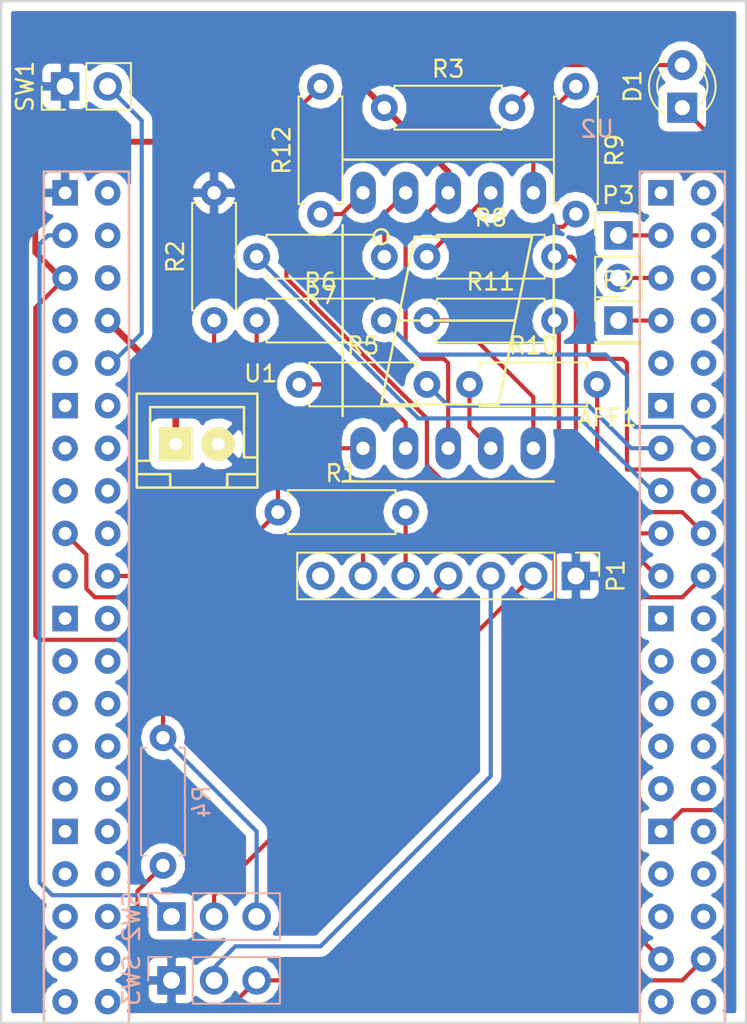
<source format=kicad_pcb>
(kicad_pcb (version 4) (host pcbnew 4.0.4+e1-6308~48~ubuntu16.04.1-stable)

  (general
    (links 43)
    (no_connects 0)
    (area 51.994999 35.484999 96.845 98.541904)
    (thickness 1.6)
    (drawings 6)
    (tracks 162)
    (zones 0)
    (modules 22)
    (nets 40)
  )

  (page A4)
  (layers
    (0 F.Cu signal)
    (31 B.Cu signal)
    (32 B.Adhes user hide)
    (33 F.Adhes user hide)
    (34 B.Paste user hide)
    (35 F.Paste user hide)
    (36 B.SilkS user hide)
    (37 F.SilkS user hide)
    (38 B.Mask user)
    (39 F.Mask user)
    (40 Dwgs.User user hide)
    (41 Cmts.User user)
    (42 Eco1.User user hide)
    (43 Eco2.User user hide)
    (44 Edge.Cuts user)
    (45 Margin user hide)
    (46 B.CrtYd user hide)
    (47 F.CrtYd user hide)
    (48 B.Fab user hide)
    (49 F.Fab user hide)
  )

  (setup
    (last_trace_width 0.25)
    (user_trace_width 0.35)
    (user_trace_width 0.4)
    (trace_clearance 0.3)
    (zone_clearance 0.508)
    (zone_45_only no)
    (trace_min 0.2)
    (segment_width 0.2)
    (edge_width 0.15)
    (via_size 0.6)
    (via_drill 0.4)
    (via_min_size 0.4)
    (via_min_drill 0.3)
    (uvia_size 0.3)
    (uvia_drill 0.1)
    (uvias_allowed no)
    (uvia_min_size 0.2)
    (uvia_min_drill 0.1)
    (pcb_text_width 0.3)
    (pcb_text_size 1.5 1.5)
    (mod_edge_width 0.15)
    (mod_text_size 1 1)
    (mod_text_width 0.15)
    (pad_size 2 2)
    (pad_drill 0.762)
    (pad_to_mask_clearance 0.2)
    (aux_axis_origin 0 0)
    (grid_origin 89.916 61.214)
    (visible_elements FFFFFF5F)
    (pcbplotparams
      (layerselection 0x000f0_80000001)
      (usegerberextensions false)
      (excludeedgelayer true)
      (linewidth 0.100000)
      (plotframeref false)
      (viasonmask false)
      (mode 1)
      (useauxorigin false)
      (hpglpennumber 1)
      (hpglpenspeed 20)
      (hpglpendiameter 15)
      (hpglpenoverlay 2)
      (psnegative false)
      (psa4output false)
      (plotreference true)
      (plotvalue true)
      (plotinvisibletext false)
      (padsonsilk false)
      (subtractmaskfromsilk false)
      (outputformat 1)
      (mirror false)
      (drillshape 0)
      (scaleselection 1)
      (outputdirectory /home/henla464/Documents/WiRoc/tmp/wiroc1/))
  )

  (net 0 "")
  (net 1 GND)
  (net 2 "Net-(D1-Pad2)")
  (net 3 LoraVCC)
  (net 4 LoraEN)
  (net 5 "Net-(P1-Pad4)")
  (net 6 "Net-(P1-Pad5)")
  (net 7 LoraAUX)
  (net 8 "Net-(P1-Pad7)")
  (net 9 "Net-(R1-Pad1)")
  (net 10 "Net-(R4-Pad1)")
  (net 11 VCC-3V3)
  (net 12 "Net-(SW1-Pad2)")
  (net 13 VCC-5V)
  (net 14 BAT)
  (net 15 "Net-(U2-Pad132)")
  (net 16 "Net-(U2-Pad133)")
  (net 17 "Net-(U2-Pad134)")
  (net 18 "Net-(U2-Pad135)")
  (net 19 "Net-(U2-Pad136)")
  (net 20 "Net-(D1-Pad1)")
  (net 21 "Net-(AFF1-Pad7)")
  (net 22 "Net-(R5-Pad2)")
  (net 23 "Net-(R6-Pad2)")
  (net 24 "Net-(R7-Pad2)")
  (net 25 "Net-(R8-Pad2)")
  (net 26 "Net-(R9-Pad2)")
  (net 27 "Net-(R10-Pad2)")
  (net 28 "Net-(R11-Pad2)")
  (net 29 "Net-(R12-Pad2)")
  (net 30 "Net-(AFF1-Pad1)")
  (net 31 "Net-(AFF1-Pad2)")
  (net 32 "Net-(AFF1-Pad4)")
  (net 33 "Net-(AFF1-Pad5)")
  (net 34 "Net-(AFF1-Pad6)")
  (net 35 "Net-(AFF1-Pad9)")
  (net 36 "Net-(AFF1-Pad10)")
  (net 37 "Net-(P3-Pad2)")
  (net 38 "Net-(P2-Pad1)")
  (net 39 "Net-(P3-Pad1)")

  (net_class Default "This is the default net class."
    (clearance 0.3)
    (trace_width 0.25)
    (via_dia 0.6)
    (via_drill 0.4)
    (uvia_dia 0.3)
    (uvia_drill 0.1)
    (add_net BAT)
    (add_net GND)
    (add_net LoraAUX)
    (add_net LoraEN)
    (add_net LoraVCC)
    (add_net "Net-(AFF1-Pad1)")
    (add_net "Net-(AFF1-Pad10)")
    (add_net "Net-(AFF1-Pad2)")
    (add_net "Net-(AFF1-Pad4)")
    (add_net "Net-(AFF1-Pad5)")
    (add_net "Net-(AFF1-Pad6)")
    (add_net "Net-(AFF1-Pad7)")
    (add_net "Net-(AFF1-Pad9)")
    (add_net "Net-(D1-Pad1)")
    (add_net "Net-(D1-Pad2)")
    (add_net "Net-(P1-Pad4)")
    (add_net "Net-(P1-Pad5)")
    (add_net "Net-(P1-Pad7)")
    (add_net "Net-(P2-Pad1)")
    (add_net "Net-(P3-Pad1)")
    (add_net "Net-(P3-Pad2)")
    (add_net "Net-(R1-Pad1)")
    (add_net "Net-(R10-Pad2)")
    (add_net "Net-(R11-Pad2)")
    (add_net "Net-(R12-Pad2)")
    (add_net "Net-(R4-Pad1)")
    (add_net "Net-(R5-Pad2)")
    (add_net "Net-(R6-Pad2)")
    (add_net "Net-(R7-Pad2)")
    (add_net "Net-(R8-Pad2)")
    (add_net "Net-(R9-Pad2)")
    (add_net "Net-(SW1-Pad2)")
    (add_net "Net-(U2-Pad132)")
    (add_net "Net-(U2-Pad133)")
    (add_net "Net-(U2-Pad134)")
    (add_net "Net-(U2-Pad135)")
    (add_net "Net-(U2-Pad136)")
    (add_net VCC-3V3)
    (add_net VCC-5V)
  )

  (module Library:Chip (layer B.Cu) (tedit 58850CE9) (tstamp 5839A89F)
    (at 74.93 71.12 180)
    (path /5831EB02)
    (fp_text reference U2 (at -12.7 27.94 180) (layer B.SilkS)
      (effects (font (size 1 1) (thickness 0.15)) (justify mirror))
    )
    (fp_text value CHIP (at -17.78 27.94 180) (layer B.Fab)
      (effects (font (size 1 1) (thickness 0.15)) (justify mirror))
    )
    (fp_line (start 15.24 -25.4) (end 15.24 25.4) (layer B.SilkS) (width 0.15))
    (fp_line (start 20.32 -25.4) (end 15.24 -25.4) (layer B.SilkS) (width 0.15))
    (fp_line (start 20.32 25.4) (end 20.32 -25.4) (layer B.SilkS) (width 0.15))
    (fp_line (start 15.24 25.4) (end 20.32 25.4) (layer B.SilkS) (width 0.15))
    (fp_line (start -20.32 25.4) (end -15.24 25.4) (layer B.SilkS) (width 0.15))
    (fp_line (start -15.24 25.4) (end -15.24 -25.4) (layer B.SilkS) (width 0.15))
    (fp_line (start -15.24 -25.4) (end -20.32 -25.4) (layer B.SilkS) (width 0.15))
    (fp_line (start -20.32 -25.4) (end -20.32 25.4) (layer B.SilkS) (width 0.15))
    (pad 2 thru_hole circle (at 16.51 24.13 180) (size 1.524 1.524) (drill 0.762) (layers *.Cu *.Mask))
    (pad 1 thru_hole rect (at 19.05 24.13 180) (size 1.524 1.524) (drill 0.762) (layers *.Cu *.Mask)
      (net 1 GND))
    (pad 4 thru_hole circle (at 16.51 21.59 180) (size 1.524 1.524) (drill 0.762) (layers *.Cu *.Mask))
    (pad 3 thru_hole circle (at 19.05 21.59 180) (size 1.524 1.524) (drill 0.762) (layers *.Cu *.Mask)
      (net 13 VCC-5V))
    (pad 40 thru_hole circle (at 16.51 -24.13 180) (size 1.524 1.524) (drill 0.762) (layers *.Cu *.Mask))
    (pad 39 thru_hole circle (at 19.05 -24.13 180) (size 1.524 1.524) (drill 0.762) (layers *.Cu *.Mask))
    (pad 38 thru_hole circle (at 16.51 -21.59 180) (size 1.524 1.524) (drill 0.762) (layers *.Cu *.Mask))
    (pad 37 thru_hole circle (at 19.05 -21.59 180) (size 1.524 1.524) (drill 0.762) (layers *.Cu *.Mask))
    (pad 36 thru_hole circle (at 16.51 -19.05 180) (size 1.524 1.524) (drill 0.762) (layers *.Cu *.Mask))
    (pad 35 thru_hole circle (at 19.05 -19.05 180) (size 1.524 1.524) (drill 0.762) (layers *.Cu *.Mask))
    (pad 34 thru_hole circle (at 16.51 -16.51 180) (size 1.524 1.524) (drill 0.762) (layers *.Cu *.Mask))
    (pad 33 thru_hole circle (at 19.05 -16.51 180) (size 1.524 1.524) (drill 0.762) (layers *.Cu *.Mask))
    (pad 32 thru_hole circle (at 16.51 -13.97 180) (size 1.524 1.524) (drill 0.762) (layers *.Cu *.Mask))
    (pad 31 thru_hole rect (at 19.05 -13.97 180) (size 1.524 1.524) (drill 0.762) (layers *.Cu *.Mask))
    (pad 30 thru_hole circle (at 16.51 -11.43 180) (size 1.524 1.524) (drill 0.762) (layers *.Cu *.Mask))
    (pad 29 thru_hole circle (at 19.05 -11.43 180) (size 1.524 1.524) (drill 0.762) (layers *.Cu *.Mask))
    (pad 28 thru_hole circle (at 16.51 -8.89 180) (size 1.524 1.524) (drill 0.762) (layers *.Cu *.Mask))
    (pad 27 thru_hole circle (at 19.05 -8.89 180) (size 1.524 1.524) (drill 0.762) (layers *.Cu *.Mask))
    (pad 26 thru_hole circle (at 16.51 -6.35 180) (size 1.524 1.524) (drill 0.762) (layers *.Cu *.Mask))
    (pad 25 thru_hole circle (at 19.05 -6.35 180) (size 1.524 1.524) (drill 0.762) (layers *.Cu *.Mask))
    (pad 24 thru_hole circle (at 16.51 -3.81 180) (size 1.524 1.524) (drill 0.762) (layers *.Cu *.Mask))
    (pad 23 thru_hole circle (at 19.05 -3.81 180) (size 1.524 1.524) (drill 0.762) (layers *.Cu *.Mask))
    (pad 22 thru_hole circle (at 16.51 -1.27 180) (size 1.524 1.524) (drill 0.762) (layers *.Cu *.Mask))
    (pad 21 thru_hole rect (at 19.05 -1.27 180) (size 1.524 1.524) (drill 0.762) (layers *.Cu *.Mask))
    (pad 20 thru_hole circle (at 16.51 1.27 180) (size 1.524 1.524) (drill 0.762) (layers *.Cu *.Mask)
      (net 9 "Net-(R1-Pad1)"))
    (pad 19 thru_hole circle (at 19.05 1.27 180) (size 1.524 1.524) (drill 0.762) (layers *.Cu *.Mask))
    (pad 18 thru_hole circle (at 16.51 3.81 180) (size 1.524 1.524) (drill 0.762) (layers *.Cu *.Mask))
    (pad 17 thru_hole circle (at 19.05 3.81 180) (size 1.524 1.524) (drill 0.762) (layers *.Cu *.Mask)
      (net 5 "Net-(P1-Pad4)"))
    (pad 16 thru_hole circle (at 16.51 6.35 180) (size 1.524 1.524) (drill 0.762) (layers *.Cu *.Mask))
    (pad 15 thru_hole circle (at 19.05 6.35 180) (size 1.524 1.524) (drill 0.762) (layers *.Cu *.Mask))
    (pad 14 thru_hole circle (at 16.51 8.89 180) (size 1.524 1.524) (drill 0.762) (layers *.Cu *.Mask))
    (pad 13 thru_hole circle (at 19.05 8.89 180) (size 1.524 1.524) (drill 0.762) (layers *.Cu *.Mask))
    (pad 12 thru_hole circle (at 16.51 11.43 180) (size 1.524 1.524) (drill 0.762) (layers *.Cu *.Mask))
    (pad 11 thru_hole rect (at 19.05 11.43 180) (size 1.524 1.524) (drill 0.762) (layers *.Cu *.Mask))
    (pad 10 thru_hole circle (at 16.51 13.97 180) (size 1.524 1.524) (drill 0.762) (layers *.Cu *.Mask)
      (net 12 "Net-(SW1-Pad2)"))
    (pad 9 thru_hole circle (at 19.05 13.97 180) (size 1.524 1.524) (drill 0.762) (layers *.Cu *.Mask))
    (pad 8 thru_hole circle (at 16.51 16.51 180) (size 1.524 1.524) (drill 0.762) (layers *.Cu *.Mask)
      (net 14 BAT))
    (pad 7 thru_hole circle (at 19.05 16.51 180) (size 1.524 1.524) (drill 0.762) (layers *.Cu *.Mask))
    (pad 6 thru_hole circle (at 16.51 19.05 180) (size 1.524 1.524) (drill 0.762) (layers *.Cu *.Mask))
    (pad 5 thru_hole circle (at 19.05 19.05 180) (size 1.524 1.524) (drill 0.762) (layers *.Cu *.Mask)
      (net 11 VCC-3V3))
    (pad 105 thru_hole circle (at -16.51 19.05 180) (size 1.524 1.524) (drill 0.762) (layers *.Cu *.Mask)
      (net 37 "Net-(P3-Pad2)"))
    (pad 106 thru_hole circle (at -19.05 19.05 180) (size 1.524 1.524) (drill 0.762) (layers *.Cu *.Mask))
    (pad 107 thru_hole circle (at -16.51 16.51 180) (size 1.524 1.524) (drill 0.762) (layers *.Cu *.Mask)
      (net 38 "Net-(P2-Pad1)"))
    (pad 108 thru_hole circle (at -19.05 16.51 180) (size 1.524 1.524) (drill 0.762) (layers *.Cu *.Mask))
    (pad 109 thru_hole circle (at -16.51 13.97 180) (size 1.524 1.524) (drill 0.762) (layers *.Cu *.Mask))
    (pad 110 thru_hole circle (at -19.05 13.97 180) (size 1.524 1.524) (drill 0.762) (layers *.Cu *.Mask))
    (pad 111 thru_hole rect (at -16.51 11.43 180) (size 1.524 1.524) (drill 0.762) (layers *.Cu *.Mask))
    (pad 112 thru_hole circle (at -19.05 11.43 180) (size 1.524 1.524) (drill 0.762) (layers *.Cu *.Mask))
    (pad 113 thru_hole circle (at -16.51 8.89 180) (size 1.524 1.524) (drill 0.762) (layers *.Cu *.Mask)
      (net 22 "Net-(R5-Pad2)"))
    (pad 114 thru_hole circle (at -19.05 8.89 180) (size 1.524 1.524) (drill 0.762) (layers *.Cu *.Mask)
      (net 23 "Net-(R6-Pad2)"))
    (pad 115 thru_hole circle (at -16.51 6.35 180) (size 1.524 1.524) (drill 0.762) (layers *.Cu *.Mask)
      (net 24 "Net-(R7-Pad2)"))
    (pad 116 thru_hole circle (at -19.05 6.35 180) (size 1.524 1.524) (drill 0.762) (layers *.Cu *.Mask)
      (net 25 "Net-(R8-Pad2)"))
    (pad 117 thru_hole circle (at -16.51 3.81 180) (size 1.524 1.524) (drill 0.762) (layers *.Cu *.Mask)
      (net 26 "Net-(R9-Pad2)"))
    (pad 118 thru_hole circle (at -19.05 3.81 180) (size 1.524 1.524) (drill 0.762) (layers *.Cu *.Mask)
      (net 27 "Net-(R10-Pad2)"))
    (pad 119 thru_hole circle (at -16.51 1.27 180) (size 1.524 1.524) (drill 0.762) (layers *.Cu *.Mask)
      (net 28 "Net-(R11-Pad2)"))
    (pad 120 thru_hole circle (at -19.05 1.27 180) (size 1.524 1.524) (drill 0.762) (layers *.Cu *.Mask)
      (net 29 "Net-(R12-Pad2)"))
    (pad 121 thru_hole rect (at -16.51 -1.27 180) (size 1.524 1.524) (drill 0.762) (layers *.Cu *.Mask))
    (pad 122 thru_hole circle (at -19.05 -1.27 180) (size 1.524 1.524) (drill 0.762) (layers *.Cu *.Mask))
    (pad 123 thru_hole circle (at -16.51 -3.81 180) (size 1.524 1.524) (drill 0.762) (layers *.Cu *.Mask))
    (pad 124 thru_hole circle (at -19.05 -3.81 180) (size 1.524 1.524) (drill 0.762) (layers *.Cu *.Mask))
    (pad 125 thru_hole circle (at -16.51 -6.35 180) (size 1.524 1.524) (drill 0.762) (layers *.Cu *.Mask))
    (pad 126 thru_hole circle (at -19.05 -6.35 180) (size 1.524 1.524) (drill 0.762) (layers *.Cu *.Mask))
    (pad 127 thru_hole circle (at -16.51 -8.89 180) (size 1.524 1.524) (drill 0.762) (layers *.Cu *.Mask))
    (pad 128 thru_hole circle (at -19.05 -8.89 180) (size 1.524 1.524) (drill 0.762) (layers *.Cu *.Mask))
    (pad 129 thru_hole circle (at -16.51 -11.43 180) (size 1.524 1.524) (drill 0.762) (layers *.Cu *.Mask))
    (pad 130 thru_hole circle (at -19.05 -11.43 180) (size 1.524 1.524) (drill 0.762) (layers *.Cu *.Mask))
    (pad 131 thru_hole rect (at -16.51 -13.97 180) (size 1.524 1.524) (drill 0.762) (layers *.Cu *.Mask)
      (net 20 "Net-(D1-Pad1)"))
    (pad 132 thru_hole circle (at -19.05 -13.97 180) (size 1.524 1.524) (drill 0.762) (layers *.Cu *.Mask)
      (net 15 "Net-(U2-Pad132)"))
    (pad 133 thru_hole circle (at -16.51 -16.51 180) (size 1.524 1.524) (drill 0.762) (layers *.Cu *.Mask)
      (net 16 "Net-(U2-Pad133)"))
    (pad 134 thru_hole circle (at -19.05 -16.51 180) (size 1.524 1.524) (drill 0.762) (layers *.Cu *.Mask)
      (net 17 "Net-(U2-Pad134)"))
    (pad 135 thru_hole circle (at -16.51 -19.05 180) (size 1.524 1.524) (drill 0.762) (layers *.Cu *.Mask)
      (net 18 "Net-(U2-Pad135)"))
    (pad 136 thru_hole circle (at -19.05 -19.05 180) (size 1.524 1.524) (drill 0.762) (layers *.Cu *.Mask)
      (net 19 "Net-(U2-Pad136)"))
    (pad 137 thru_hole circle (at -16.51 -21.59 180) (size 1.524 1.524) (drill 0.762) (layers *.Cu *.Mask)
      (net 7 LoraAUX))
    (pad 138 thru_hole circle (at -19.05 -21.59 180) (size 1.524 1.524) (drill 0.762) (layers *.Cu *.Mask)
      (net 10 "Net-(R4-Pad1)"))
    (pad 139 thru_hole circle (at -16.51 -24.13 180) (size 1.524 1.524) (drill 0.762) (layers *.Cu *.Mask))
    (pad 140 thru_hole circle (at -19.05 -24.13 180) (size 1.524 1.524) (drill 0.762) (layers *.Cu *.Mask))
    (pad 103 thru_hole circle (at -16.51 21.59 180) (size 1.524 1.524) (drill 0.762) (layers *.Cu *.Mask)
      (net 39 "Net-(P3-Pad1)"))
    (pad 104 thru_hole circle (at -19.05 21.59 180) (size 1.524 1.524) (drill 0.762) (layers *.Cu *.Mask))
    (pad 101 thru_hole rect (at -16.51 24.13 180) (size 1.524 1.524) (drill 0.762) (layers *.Cu *.Mask))
    (pad 102 thru_hole circle (at -19.05 24.13 180) (size 1.524 1.524) (drill 0.762) (layers *.Cu *.Mask))
  )

  (module Library:JST_2.56 (layer F.Cu) (tedit 588517C7) (tstamp 5839A843)
    (at 63.754 61.976)
    (path /5831DE90)
    (fp_text reference U1 (at 3.8 -4.2) (layer F.SilkS)
      (effects (font (size 1 1) (thickness 0.15)))
    )
    (fp_text value JST-2PIN (at 0 3.048) (layer F.Fab)
      (effects (font (size 1 1) (thickness 0.15)))
    )
    (fp_line (start -3.6 1.8) (end -1.6 1.8) (layer F.SilkS) (width 0.15))
    (fp_line (start -3.6 1) (end -2.8 1) (layer F.SilkS) (width 0.15))
    (fp_line (start -1.6 1.8) (end -1.6 2.6) (layer F.SilkS) (width 0.15))
    (fp_line (start 3.6 1.8) (end 2.2 1.8) (layer F.SilkS) (width 0.15))
    (fp_line (start 2.2 1.8) (end 2 1.8) (layer F.SilkS) (width 0.15))
    (fp_line (start 2 1.8) (end 1.8 1.8) (layer F.SilkS) (width 0.15))
    (fp_line (start 1.8 1.8) (end 1.8 2.4) (layer F.SilkS) (width 0.15))
    (fp_line (start 1.8 2.4) (end 1.8 2.6) (layer F.SilkS) (width 0.15))
    (fp_line (start 1.8 2.6) (end 1.8 2.4) (layer F.SilkS) (width 0.15))
    (fp_line (start -2.8 1) (end -2.8 -2.2) (layer F.SilkS) (width 0.15))
    (fp_line (start -2.8 -2.2) (end 2.8 -2.2) (layer F.SilkS) (width 0.15))
    (fp_line (start 2.8 -2.2) (end 2.8 0.8) (layer F.SilkS) (width 0.15))
    (fp_line (start 2.8 0.8) (end 3.6 0.8) (layer F.SilkS) (width 0.15))
    (fp_line (start -3.6 -3) (end 3.6 -3) (layer F.SilkS) (width 0.15))
    (fp_line (start 3.6 -3) (end 3.6 2.6) (layer F.SilkS) (width 0.15))
    (fp_line (start 3.6 2.6) (end -3.6 2.6) (layer F.SilkS) (width 0.15))
    (fp_line (start -3.6 2.6) (end -3.6 -3) (layer F.SilkS) (width 0.15))
    (pad 1 thru_hole rect (at -1.27 0) (size 2 2) (drill 0.762) (layers *.Cu *.Mask F.SilkS)
      (net 14 BAT))
    (pad 2 thru_hole circle (at 1.27 0) (size 2 2) (drill 0.762) (layers *.Cu *.Mask F.SilkS)
      (net 1 GND))
  )

  (module Resistors_ThroughHole:R_Axial_DIN0207_L6.3mm_D2.5mm_P7.62mm_Horizontal (layer F.Cu) (tedit 5874F706) (tstamp 588512FA)
    (at 67.31 54.61)
    (descr "Resistor, Axial_DIN0207 series, Axial, Horizontal, pin pitch=7.62mm, 0.25W = 1/4W, length*diameter=6.3*2.5mm^2, http://cdn-reichelt.de/documents/datenblatt/B400/1_4W%23YAG.pdf")
    (tags "Resistor Axial_DIN0207 series Axial Horizontal pin pitch 7.62mm 0.25W = 1/4W length 6.3mm diameter 2.5mm")
    (path /5885189E)
    (fp_text reference R6 (at 3.81 -2.31) (layer F.SilkS)
      (effects (font (size 1 1) (thickness 0.15)))
    )
    (fp_text value R (at 3.81 2.31) (layer F.Fab)
      (effects (font (size 1 1) (thickness 0.15)))
    )
    (fp_line (start 0.66 -1.25) (end 0.66 1.25) (layer F.Fab) (width 0.1))
    (fp_line (start 0.66 1.25) (end 6.96 1.25) (layer F.Fab) (width 0.1))
    (fp_line (start 6.96 1.25) (end 6.96 -1.25) (layer F.Fab) (width 0.1))
    (fp_line (start 6.96 -1.25) (end 0.66 -1.25) (layer F.Fab) (width 0.1))
    (fp_line (start 0 0) (end 0.66 0) (layer F.Fab) (width 0.1))
    (fp_line (start 7.62 0) (end 6.96 0) (layer F.Fab) (width 0.1))
    (fp_line (start 0.6 -0.98) (end 0.6 -1.31) (layer F.SilkS) (width 0.12))
    (fp_line (start 0.6 -1.31) (end 7.02 -1.31) (layer F.SilkS) (width 0.12))
    (fp_line (start 7.02 -1.31) (end 7.02 -0.98) (layer F.SilkS) (width 0.12))
    (fp_line (start 0.6 0.98) (end 0.6 1.31) (layer F.SilkS) (width 0.12))
    (fp_line (start 0.6 1.31) (end 7.02 1.31) (layer F.SilkS) (width 0.12))
    (fp_line (start 7.02 1.31) (end 7.02 0.98) (layer F.SilkS) (width 0.12))
    (fp_line (start -1.05 -1.6) (end -1.05 1.6) (layer F.CrtYd) (width 0.05))
    (fp_line (start -1.05 1.6) (end 8.7 1.6) (layer F.CrtYd) (width 0.05))
    (fp_line (start 8.7 1.6) (end 8.7 -1.6) (layer F.CrtYd) (width 0.05))
    (fp_line (start 8.7 -1.6) (end -1.05 -1.6) (layer F.CrtYd) (width 0.05))
    (pad 1 thru_hole circle (at 0 0) (size 1.6 1.6) (drill 0.8) (layers *.Cu *.Mask)
      (net 34 "Net-(AFF1-Pad6)"))
    (pad 2 thru_hole oval (at 7.62 0) (size 1.6 1.6) (drill 0.8) (layers *.Cu *.Mask)
      (net 23 "Net-(R6-Pad2)"))
    (model Resistors_ThroughHole.3dshapes/R_Axial_DIN0207_L6.3mm_D2.5mm_P7.62mm_Horizontal.wrl
      (at (xyz 0 0 0))
      (scale (xyz 0.393701 0.393701 0.393701))
      (rotate (xyz 0 0 0))
    )
  )

  (module Resistors_ThroughHole:R_Axial_DIN0207_L6.3mm_D2.5mm_P7.62mm_Horizontal (layer F.Cu) (tedit 5874F706) (tstamp 58851300)
    (at 74.93 50.8 180)
    (descr "Resistor, Axial_DIN0207 series, Axial, Horizontal, pin pitch=7.62mm, 0.25W = 1/4W, length*diameter=6.3*2.5mm^2, http://cdn-reichelt.de/documents/datenblatt/B400/1_4W%23YAG.pdf")
    (tags "Resistor Axial_DIN0207 series Axial Horizontal pin pitch 7.62mm 0.25W = 1/4W length 6.3mm diameter 2.5mm")
    (path /58851931)
    (fp_text reference R7 (at 3.81 -2.31 180) (layer F.SilkS)
      (effects (font (size 1 1) (thickness 0.15)))
    )
    (fp_text value R (at 3.81 2.31 180) (layer F.Fab)
      (effects (font (size 1 1) (thickness 0.15)))
    )
    (fp_line (start 0.66 -1.25) (end 0.66 1.25) (layer F.Fab) (width 0.1))
    (fp_line (start 0.66 1.25) (end 6.96 1.25) (layer F.Fab) (width 0.1))
    (fp_line (start 6.96 1.25) (end 6.96 -1.25) (layer F.Fab) (width 0.1))
    (fp_line (start 6.96 -1.25) (end 0.66 -1.25) (layer F.Fab) (width 0.1))
    (fp_line (start 0 0) (end 0.66 0) (layer F.Fab) (width 0.1))
    (fp_line (start 7.62 0) (end 6.96 0) (layer F.Fab) (width 0.1))
    (fp_line (start 0.6 -0.98) (end 0.6 -1.31) (layer F.SilkS) (width 0.12))
    (fp_line (start 0.6 -1.31) (end 7.02 -1.31) (layer F.SilkS) (width 0.12))
    (fp_line (start 7.02 -1.31) (end 7.02 -0.98) (layer F.SilkS) (width 0.12))
    (fp_line (start 0.6 0.98) (end 0.6 1.31) (layer F.SilkS) (width 0.12))
    (fp_line (start 0.6 1.31) (end 7.02 1.31) (layer F.SilkS) (width 0.12))
    (fp_line (start 7.02 1.31) (end 7.02 0.98) (layer F.SilkS) (width 0.12))
    (fp_line (start -1.05 -1.6) (end -1.05 1.6) (layer F.CrtYd) (width 0.05))
    (fp_line (start -1.05 1.6) (end 8.7 1.6) (layer F.CrtYd) (width 0.05))
    (fp_line (start 8.7 1.6) (end 8.7 -1.6) (layer F.CrtYd) (width 0.05))
    (fp_line (start 8.7 -1.6) (end -1.05 -1.6) (layer F.CrtYd) (width 0.05))
    (pad 1 thru_hole circle (at 0 0 180) (size 1.6 1.6) (drill 0.8) (layers *.Cu *.Mask)
      (net 32 "Net-(AFF1-Pad4)"))
    (pad 2 thru_hole oval (at 7.62 0 180) (size 1.6 1.6) (drill 0.8) (layers *.Cu *.Mask)
      (net 24 "Net-(R7-Pad2)"))
    (model Resistors_ThroughHole.3dshapes/R_Axial_DIN0207_L6.3mm_D2.5mm_P7.62mm_Horizontal.wrl
      (at (xyz 0 0 0))
      (scale (xyz 0.393701 0.393701 0.393701))
      (rotate (xyz 0 0 0))
    )
  )

  (module Resistors_ThroughHole:R_Axial_DIN0207_L6.3mm_D2.5mm_P7.62mm_Horizontal (layer F.Cu) (tedit 5874F706) (tstamp 58851306)
    (at 77.47 50.8)
    (descr "Resistor, Axial_DIN0207 series, Axial, Horizontal, pin pitch=7.62mm, 0.25W = 1/4W, length*diameter=6.3*2.5mm^2, http://cdn-reichelt.de/documents/datenblatt/B400/1_4W%23YAG.pdf")
    (tags "Resistor Axial_DIN0207 series Axial Horizontal pin pitch 7.62mm 0.25W = 1/4W length 6.3mm diameter 2.5mm")
    (path /58851985)
    (fp_text reference R8 (at 3.81 -2.31) (layer F.SilkS)
      (effects (font (size 1 1) (thickness 0.15)))
    )
    (fp_text value R (at 3.81 2.31) (layer F.Fab)
      (effects (font (size 1 1) (thickness 0.15)))
    )
    (fp_line (start 0.66 -1.25) (end 0.66 1.25) (layer F.Fab) (width 0.1))
    (fp_line (start 0.66 1.25) (end 6.96 1.25) (layer F.Fab) (width 0.1))
    (fp_line (start 6.96 1.25) (end 6.96 -1.25) (layer F.Fab) (width 0.1))
    (fp_line (start 6.96 -1.25) (end 0.66 -1.25) (layer F.Fab) (width 0.1))
    (fp_line (start 0 0) (end 0.66 0) (layer F.Fab) (width 0.1))
    (fp_line (start 7.62 0) (end 6.96 0) (layer F.Fab) (width 0.1))
    (fp_line (start 0.6 -0.98) (end 0.6 -1.31) (layer F.SilkS) (width 0.12))
    (fp_line (start 0.6 -1.31) (end 7.02 -1.31) (layer F.SilkS) (width 0.12))
    (fp_line (start 7.02 -1.31) (end 7.02 -0.98) (layer F.SilkS) (width 0.12))
    (fp_line (start 0.6 0.98) (end 0.6 1.31) (layer F.SilkS) (width 0.12))
    (fp_line (start 0.6 1.31) (end 7.02 1.31) (layer F.SilkS) (width 0.12))
    (fp_line (start 7.02 1.31) (end 7.02 0.98) (layer F.SilkS) (width 0.12))
    (fp_line (start -1.05 -1.6) (end -1.05 1.6) (layer F.CrtYd) (width 0.05))
    (fp_line (start -1.05 1.6) (end 8.7 1.6) (layer F.CrtYd) (width 0.05))
    (fp_line (start 8.7 1.6) (end 8.7 -1.6) (layer F.CrtYd) (width 0.05))
    (fp_line (start 8.7 -1.6) (end -1.05 -1.6) (layer F.CrtYd) (width 0.05))
    (pad 1 thru_hole circle (at 0 0) (size 1.6 1.6) (drill 0.8) (layers *.Cu *.Mask)
      (net 31 "Net-(AFF1-Pad2)"))
    (pad 2 thru_hole oval (at 7.62 0) (size 1.6 1.6) (drill 0.8) (layers *.Cu *.Mask)
      (net 25 "Net-(R8-Pad2)"))
    (model Resistors_ThroughHole.3dshapes/R_Axial_DIN0207_L6.3mm_D2.5mm_P7.62mm_Horizontal.wrl
      (at (xyz 0 0 0))
      (scale (xyz 0.393701 0.393701 0.393701))
      (rotate (xyz 0 0 0))
    )
  )

  (module Resistors_ThroughHole:R_Axial_DIN0207_L6.3mm_D2.5mm_P7.62mm_Horizontal (layer F.Cu) (tedit 5874F706) (tstamp 5885130C)
    (at 86.36 40.64 270)
    (descr "Resistor, Axial_DIN0207 series, Axial, Horizontal, pin pitch=7.62mm, 0.25W = 1/4W, length*diameter=6.3*2.5mm^2, http://cdn-reichelt.de/documents/datenblatt/B400/1_4W%23YAG.pdf")
    (tags "Resistor Axial_DIN0207 series Axial Horizontal pin pitch 7.62mm 0.25W = 1/4W length 6.3mm diameter 2.5mm")
    (path /588519DD)
    (fp_text reference R9 (at 3.81 -2.31 270) (layer F.SilkS)
      (effects (font (size 1 1) (thickness 0.15)))
    )
    (fp_text value R (at 3.81 2.31 270) (layer F.Fab)
      (effects (font (size 1 1) (thickness 0.15)))
    )
    (fp_line (start 0.66 -1.25) (end 0.66 1.25) (layer F.Fab) (width 0.1))
    (fp_line (start 0.66 1.25) (end 6.96 1.25) (layer F.Fab) (width 0.1))
    (fp_line (start 6.96 1.25) (end 6.96 -1.25) (layer F.Fab) (width 0.1))
    (fp_line (start 6.96 -1.25) (end 0.66 -1.25) (layer F.Fab) (width 0.1))
    (fp_line (start 0 0) (end 0.66 0) (layer F.Fab) (width 0.1))
    (fp_line (start 7.62 0) (end 6.96 0) (layer F.Fab) (width 0.1))
    (fp_line (start 0.6 -0.98) (end 0.6 -1.31) (layer F.SilkS) (width 0.12))
    (fp_line (start 0.6 -1.31) (end 7.02 -1.31) (layer F.SilkS) (width 0.12))
    (fp_line (start 7.02 -1.31) (end 7.02 -0.98) (layer F.SilkS) (width 0.12))
    (fp_line (start 0.6 0.98) (end 0.6 1.31) (layer F.SilkS) (width 0.12))
    (fp_line (start 0.6 1.31) (end 7.02 1.31) (layer F.SilkS) (width 0.12))
    (fp_line (start 7.02 1.31) (end 7.02 0.98) (layer F.SilkS) (width 0.12))
    (fp_line (start -1.05 -1.6) (end -1.05 1.6) (layer F.CrtYd) (width 0.05))
    (fp_line (start -1.05 1.6) (end 8.7 1.6) (layer F.CrtYd) (width 0.05))
    (fp_line (start 8.7 1.6) (end 8.7 -1.6) (layer F.CrtYd) (width 0.05))
    (fp_line (start 8.7 -1.6) (end -1.05 -1.6) (layer F.CrtYd) (width 0.05))
    (pad 1 thru_hole circle (at 0 0 270) (size 1.6 1.6) (drill 0.8) (layers *.Cu *.Mask)
      (net 30 "Net-(AFF1-Pad1)"))
    (pad 2 thru_hole oval (at 7.62 0 270) (size 1.6 1.6) (drill 0.8) (layers *.Cu *.Mask)
      (net 26 "Net-(R9-Pad2)"))
    (model Resistors_ThroughHole.3dshapes/R_Axial_DIN0207_L6.3mm_D2.5mm_P7.62mm_Horizontal.wrl
      (at (xyz 0 0 0))
      (scale (xyz 0.393701 0.393701 0.393701))
      (rotate (xyz 0 0 0))
    )
  )

  (module Resistors_ThroughHole:R_Axial_DIN0207_L6.3mm_D2.5mm_P7.62mm_Horizontal (layer F.Cu) (tedit 5874F706) (tstamp 58851312)
    (at 80.01 58.42)
    (descr "Resistor, Axial_DIN0207 series, Axial, Horizontal, pin pitch=7.62mm, 0.25W = 1/4W, length*diameter=6.3*2.5mm^2, http://cdn-reichelt.de/documents/datenblatt/B400/1_4W%23YAG.pdf")
    (tags "Resistor Axial_DIN0207 series Axial Horizontal pin pitch 7.62mm 0.25W = 1/4W length 6.3mm diameter 2.5mm")
    (path /58851A50)
    (fp_text reference R10 (at 3.81 -2.31) (layer F.SilkS)
      (effects (font (size 1 1) (thickness 0.15)))
    )
    (fp_text value R (at 3.81 2.31) (layer F.Fab)
      (effects (font (size 1 1) (thickness 0.15)))
    )
    (fp_line (start 0.66 -1.25) (end 0.66 1.25) (layer F.Fab) (width 0.1))
    (fp_line (start 0.66 1.25) (end 6.96 1.25) (layer F.Fab) (width 0.1))
    (fp_line (start 6.96 1.25) (end 6.96 -1.25) (layer F.Fab) (width 0.1))
    (fp_line (start 6.96 -1.25) (end 0.66 -1.25) (layer F.Fab) (width 0.1))
    (fp_line (start 0 0) (end 0.66 0) (layer F.Fab) (width 0.1))
    (fp_line (start 7.62 0) (end 6.96 0) (layer F.Fab) (width 0.1))
    (fp_line (start 0.6 -0.98) (end 0.6 -1.31) (layer F.SilkS) (width 0.12))
    (fp_line (start 0.6 -1.31) (end 7.02 -1.31) (layer F.SilkS) (width 0.12))
    (fp_line (start 7.02 -1.31) (end 7.02 -0.98) (layer F.SilkS) (width 0.12))
    (fp_line (start 0.6 0.98) (end 0.6 1.31) (layer F.SilkS) (width 0.12))
    (fp_line (start 0.6 1.31) (end 7.02 1.31) (layer F.SilkS) (width 0.12))
    (fp_line (start 7.02 1.31) (end 7.02 0.98) (layer F.SilkS) (width 0.12))
    (fp_line (start -1.05 -1.6) (end -1.05 1.6) (layer F.CrtYd) (width 0.05))
    (fp_line (start -1.05 1.6) (end 8.7 1.6) (layer F.CrtYd) (width 0.05))
    (fp_line (start 8.7 1.6) (end 8.7 -1.6) (layer F.CrtYd) (width 0.05))
    (fp_line (start 8.7 -1.6) (end -1.05 -1.6) (layer F.CrtYd) (width 0.05))
    (pad 1 thru_hole circle (at 0 0) (size 1.6 1.6) (drill 0.8) (layers *.Cu *.Mask)
      (net 35 "Net-(AFF1-Pad9)"))
    (pad 2 thru_hole oval (at 7.62 0) (size 1.6 1.6) (drill 0.8) (layers *.Cu *.Mask)
      (net 27 "Net-(R10-Pad2)"))
    (model Resistors_ThroughHole.3dshapes/R_Axial_DIN0207_L6.3mm_D2.5mm_P7.62mm_Horizontal.wrl
      (at (xyz 0 0 0))
      (scale (xyz 0.393701 0.393701 0.393701))
      (rotate (xyz 0 0 0))
    )
  )

  (module Resistors_ThroughHole:R_Axial_DIN0207_L6.3mm_D2.5mm_P7.62mm_Horizontal (layer F.Cu) (tedit 5874F706) (tstamp 58851318)
    (at 77.47 54.61)
    (descr "Resistor, Axial_DIN0207 series, Axial, Horizontal, pin pitch=7.62mm, 0.25W = 1/4W, length*diameter=6.3*2.5mm^2, http://cdn-reichelt.de/documents/datenblatt/B400/1_4W%23YAG.pdf")
    (tags "Resistor Axial_DIN0207 series Axial Horizontal pin pitch 7.62mm 0.25W = 1/4W length 6.3mm diameter 2.5mm")
    (path /58851A9C)
    (fp_text reference R11 (at 3.81 -2.31) (layer F.SilkS)
      (effects (font (size 1 1) (thickness 0.15)))
    )
    (fp_text value R (at 3.81 2.31) (layer F.Fab)
      (effects (font (size 1 1) (thickness 0.15)))
    )
    (fp_line (start 0.66 -1.25) (end 0.66 1.25) (layer F.Fab) (width 0.1))
    (fp_line (start 0.66 1.25) (end 6.96 1.25) (layer F.Fab) (width 0.1))
    (fp_line (start 6.96 1.25) (end 6.96 -1.25) (layer F.Fab) (width 0.1))
    (fp_line (start 6.96 -1.25) (end 0.66 -1.25) (layer F.Fab) (width 0.1))
    (fp_line (start 0 0) (end 0.66 0) (layer F.Fab) (width 0.1))
    (fp_line (start 7.62 0) (end 6.96 0) (layer F.Fab) (width 0.1))
    (fp_line (start 0.6 -0.98) (end 0.6 -1.31) (layer F.SilkS) (width 0.12))
    (fp_line (start 0.6 -1.31) (end 7.02 -1.31) (layer F.SilkS) (width 0.12))
    (fp_line (start 7.02 -1.31) (end 7.02 -0.98) (layer F.SilkS) (width 0.12))
    (fp_line (start 0.6 0.98) (end 0.6 1.31) (layer F.SilkS) (width 0.12))
    (fp_line (start 0.6 1.31) (end 7.02 1.31) (layer F.SilkS) (width 0.12))
    (fp_line (start 7.02 1.31) (end 7.02 0.98) (layer F.SilkS) (width 0.12))
    (fp_line (start -1.05 -1.6) (end -1.05 1.6) (layer F.CrtYd) (width 0.05))
    (fp_line (start -1.05 1.6) (end 8.7 1.6) (layer F.CrtYd) (width 0.05))
    (fp_line (start 8.7 1.6) (end 8.7 -1.6) (layer F.CrtYd) (width 0.05))
    (fp_line (start 8.7 -1.6) (end -1.05 -1.6) (layer F.CrtYd) (width 0.05))
    (pad 1 thru_hole circle (at 0 0) (size 1.6 1.6) (drill 0.8) (layers *.Cu *.Mask)
      (net 36 "Net-(AFF1-Pad10)"))
    (pad 2 thru_hole oval (at 7.62 0) (size 1.6 1.6) (drill 0.8) (layers *.Cu *.Mask)
      (net 28 "Net-(R11-Pad2)"))
    (model Resistors_ThroughHole.3dshapes/R_Axial_DIN0207_L6.3mm_D2.5mm_P7.62mm_Horizontal.wrl
      (at (xyz 0 0 0))
      (scale (xyz 0.393701 0.393701 0.393701))
      (rotate (xyz 0 0 0))
    )
  )

  (module Resistors_ThroughHole:R_Axial_DIN0207_L6.3mm_D2.5mm_P7.62mm_Horizontal (layer F.Cu) (tedit 5874F706) (tstamp 5885131E)
    (at 71.12 48.26 90)
    (descr "Resistor, Axial_DIN0207 series, Axial, Horizontal, pin pitch=7.62mm, 0.25W = 1/4W, length*diameter=6.3*2.5mm^2, http://cdn-reichelt.de/documents/datenblatt/B400/1_4W%23YAG.pdf")
    (tags "Resistor Axial_DIN0207 series Axial Horizontal pin pitch 7.62mm 0.25W = 1/4W length 6.3mm diameter 2.5mm")
    (path /58851AEB)
    (fp_text reference R12 (at 3.81 -2.31 90) (layer F.SilkS)
      (effects (font (size 1 1) (thickness 0.15)))
    )
    (fp_text value R (at 3.81 2.31 90) (layer F.Fab)
      (effects (font (size 1 1) (thickness 0.15)))
    )
    (fp_line (start 0.66 -1.25) (end 0.66 1.25) (layer F.Fab) (width 0.1))
    (fp_line (start 0.66 1.25) (end 6.96 1.25) (layer F.Fab) (width 0.1))
    (fp_line (start 6.96 1.25) (end 6.96 -1.25) (layer F.Fab) (width 0.1))
    (fp_line (start 6.96 -1.25) (end 0.66 -1.25) (layer F.Fab) (width 0.1))
    (fp_line (start 0 0) (end 0.66 0) (layer F.Fab) (width 0.1))
    (fp_line (start 7.62 0) (end 6.96 0) (layer F.Fab) (width 0.1))
    (fp_line (start 0.6 -0.98) (end 0.6 -1.31) (layer F.SilkS) (width 0.12))
    (fp_line (start 0.6 -1.31) (end 7.02 -1.31) (layer F.SilkS) (width 0.12))
    (fp_line (start 7.02 -1.31) (end 7.02 -0.98) (layer F.SilkS) (width 0.12))
    (fp_line (start 0.6 0.98) (end 0.6 1.31) (layer F.SilkS) (width 0.12))
    (fp_line (start 0.6 1.31) (end 7.02 1.31) (layer F.SilkS) (width 0.12))
    (fp_line (start 7.02 1.31) (end 7.02 0.98) (layer F.SilkS) (width 0.12))
    (fp_line (start -1.05 -1.6) (end -1.05 1.6) (layer F.CrtYd) (width 0.05))
    (fp_line (start -1.05 1.6) (end 8.7 1.6) (layer F.CrtYd) (width 0.05))
    (fp_line (start 8.7 1.6) (end 8.7 -1.6) (layer F.CrtYd) (width 0.05))
    (fp_line (start 8.7 -1.6) (end -1.05 -1.6) (layer F.CrtYd) (width 0.05))
    (pad 1 thru_hole circle (at 0 0 90) (size 1.6 1.6) (drill 0.8) (layers *.Cu *.Mask)
      (net 33 "Net-(AFF1-Pad5)"))
    (pad 2 thru_hole oval (at 7.62 0 90) (size 1.6 1.6) (drill 0.8) (layers *.Cu *.Mask)
      (net 29 "Net-(R12-Pad2)"))
    (model Resistors_ThroughHole.3dshapes/R_Axial_DIN0207_L6.3mm_D2.5mm_P7.62mm_Horizontal.wrl
      (at (xyz 0 0 0))
      (scale (xyz 0.393701 0.393701 0.393701))
      (rotate (xyz 0 0 0))
    )
  )

  (module LEDs:LED_D3.0mm (layer F.Cu) (tedit 587A3A7B) (tstamp 58851361)
    (at 92.71 41.91 90)
    (descr "LED, diameter 3.0mm, 2 pins")
    (tags "LED diameter 3.0mm 2 pins")
    (path /58335011)
    (fp_text reference D1 (at 1.27 -2.96 90) (layer F.SilkS)
      (effects (font (size 1 1) (thickness 0.15)))
    )
    (fp_text value LED (at 1.27 2.96 90) (layer F.Fab)
      (effects (font (size 1 1) (thickness 0.15)))
    )
    (fp_arc (start 1.27 0) (end -0.23 -1.16619) (angle 284.3) (layer F.Fab) (width 0.1))
    (fp_arc (start 1.27 0) (end -0.29 -1.235516) (angle 108.8) (layer F.SilkS) (width 0.12))
    (fp_arc (start 1.27 0) (end -0.29 1.235516) (angle -108.8) (layer F.SilkS) (width 0.12))
    (fp_arc (start 1.27 0) (end 0.229039 -1.08) (angle 87.9) (layer F.SilkS) (width 0.12))
    (fp_arc (start 1.27 0) (end 0.229039 1.08) (angle -87.9) (layer F.SilkS) (width 0.12))
    (fp_circle (center 1.27 0) (end 2.77 0) (layer F.Fab) (width 0.1))
    (fp_line (start -0.23 -1.16619) (end -0.23 1.16619) (layer F.Fab) (width 0.1))
    (fp_line (start -0.29 -1.236) (end -0.29 -1.08) (layer F.SilkS) (width 0.12))
    (fp_line (start -0.29 1.08) (end -0.29 1.236) (layer F.SilkS) (width 0.12))
    (fp_line (start -1.15 -2.25) (end -1.15 2.25) (layer F.CrtYd) (width 0.05))
    (fp_line (start -1.15 2.25) (end 3.7 2.25) (layer F.CrtYd) (width 0.05))
    (fp_line (start 3.7 2.25) (end 3.7 -2.25) (layer F.CrtYd) (width 0.05))
    (fp_line (start 3.7 -2.25) (end -1.15 -2.25) (layer F.CrtYd) (width 0.05))
    (pad 1 thru_hole rect (at 0 0 90) (size 1.8 1.8) (drill 0.9) (layers *.Cu *.Mask)
      (net 20 "Net-(D1-Pad1)"))
    (pad 2 thru_hole circle (at 2.54 0 90) (size 1.8 1.8) (drill 0.9) (layers *.Cu *.Mask)
      (net 2 "Net-(D1-Pad2)"))
    (model LEDs.3dshapes/LED_D3.0mm.wrl
      (at (xyz 0 0 0))
      (scale (xyz 0.393701 0.393701 0.393701))
      (rotate (xyz 0 0 0))
    )
  )

  (module Pin_Headers:Pin_Header_Straight_1x07_Pitch2.54mm (layer F.Cu) (tedit 5862ED52) (tstamp 58851366)
    (at 86.36 69.85 270)
    (descr "Through hole straight pin header, 1x07, 2.54mm pitch, single row")
    (tags "Through hole pin header THT 1x07 2.54mm single row")
    (path /5831F69C)
    (fp_text reference P1 (at 0 -2.39 270) (layer F.SilkS)
      (effects (font (size 1 1) (thickness 0.15)))
    )
    (fp_text value "Lora Conn" (at 0 17.63 270) (layer F.Fab)
      (effects (font (size 1 1) (thickness 0.15)))
    )
    (fp_line (start -1.27 -1.27) (end -1.27 16.51) (layer F.Fab) (width 0.1))
    (fp_line (start -1.27 16.51) (end 1.27 16.51) (layer F.Fab) (width 0.1))
    (fp_line (start 1.27 16.51) (end 1.27 -1.27) (layer F.Fab) (width 0.1))
    (fp_line (start 1.27 -1.27) (end -1.27 -1.27) (layer F.Fab) (width 0.1))
    (fp_line (start -1.39 1.27) (end -1.39 16.63) (layer F.SilkS) (width 0.12))
    (fp_line (start -1.39 16.63) (end 1.39 16.63) (layer F.SilkS) (width 0.12))
    (fp_line (start 1.39 16.63) (end 1.39 1.27) (layer F.SilkS) (width 0.12))
    (fp_line (start 1.39 1.27) (end -1.39 1.27) (layer F.SilkS) (width 0.12))
    (fp_line (start -1.39 0) (end -1.39 -1.39) (layer F.SilkS) (width 0.12))
    (fp_line (start -1.39 -1.39) (end 0 -1.39) (layer F.SilkS) (width 0.12))
    (fp_line (start -1.6 -1.6) (end -1.6 16.8) (layer F.CrtYd) (width 0.05))
    (fp_line (start -1.6 16.8) (end 1.6 16.8) (layer F.CrtYd) (width 0.05))
    (fp_line (start 1.6 16.8) (end 1.6 -1.6) (layer F.CrtYd) (width 0.05))
    (fp_line (start 1.6 -1.6) (end -1.6 -1.6) (layer F.CrtYd) (width 0.05))
    (pad 1 thru_hole rect (at 0 0 270) (size 1.7 1.7) (drill 1) (layers *.Cu *.Mask)
      (net 1 GND))
    (pad 2 thru_hole oval (at 0 2.54 270) (size 1.7 1.7) (drill 1) (layers *.Cu *.Mask)
      (net 3 LoraVCC))
    (pad 3 thru_hole oval (at 0 5.08 270) (size 1.7 1.7) (drill 1) (layers *.Cu *.Mask)
      (net 4 LoraEN))
    (pad 4 thru_hole oval (at 0 7.62 270) (size 1.7 1.7) (drill 1) (layers *.Cu *.Mask)
      (net 5 "Net-(P1-Pad4)"))
    (pad 5 thru_hole oval (at 0 10.16 270) (size 1.7 1.7) (drill 1) (layers *.Cu *.Mask)
      (net 6 "Net-(P1-Pad5)"))
    (pad 6 thru_hole oval (at 0 12.7 270) (size 1.7 1.7) (drill 1) (layers *.Cu *.Mask)
      (net 7 LoraAUX))
    (pad 7 thru_hole oval (at 0 15.24 270) (size 1.7 1.7) (drill 1) (layers *.Cu *.Mask)
      (net 8 "Net-(P1-Pad7)"))
    (model Pin_Headers.3dshapes/Pin_Header_Straight_1x07_Pitch2.54mm.wrl
      (at (xyz 0 -0.3 0))
      (scale (xyz 1 1 1))
      (rotate (xyz 0 0 90))
    )
  )

  (module Resistors_ThroughHole:R_Axial_DIN0207_L6.3mm_D2.5mm_P7.62mm_Horizontal (layer F.Cu) (tedit 5874F706) (tstamp 58851370)
    (at 68.58 66.04)
    (descr "Resistor, Axial_DIN0207 series, Axial, Horizontal, pin pitch=7.62mm, 0.25W = 1/4W, length*diameter=6.3*2.5mm^2, http://cdn-reichelt.de/documents/datenblatt/B400/1_4W%23YAG.pdf")
    (tags "Resistor Axial_DIN0207 series Axial Horizontal pin pitch 7.62mm 0.25W = 1/4W length 6.3mm diameter 2.5mm")
    (path /5831F36D)
    (fp_text reference R1 (at 3.81 -2.31) (layer F.SilkS)
      (effects (font (size 1 1) (thickness 0.15)))
    )
    (fp_text value 10kOhm (at 3.81 2.31) (layer F.Fab)
      (effects (font (size 1 1) (thickness 0.15)))
    )
    (fp_line (start 0.66 -1.25) (end 0.66 1.25) (layer F.Fab) (width 0.1))
    (fp_line (start 0.66 1.25) (end 6.96 1.25) (layer F.Fab) (width 0.1))
    (fp_line (start 6.96 1.25) (end 6.96 -1.25) (layer F.Fab) (width 0.1))
    (fp_line (start 6.96 -1.25) (end 0.66 -1.25) (layer F.Fab) (width 0.1))
    (fp_line (start 0 0) (end 0.66 0) (layer F.Fab) (width 0.1))
    (fp_line (start 7.62 0) (end 6.96 0) (layer F.Fab) (width 0.1))
    (fp_line (start 0.6 -0.98) (end 0.6 -1.31) (layer F.SilkS) (width 0.12))
    (fp_line (start 0.6 -1.31) (end 7.02 -1.31) (layer F.SilkS) (width 0.12))
    (fp_line (start 7.02 -1.31) (end 7.02 -0.98) (layer F.SilkS) (width 0.12))
    (fp_line (start 0.6 0.98) (end 0.6 1.31) (layer F.SilkS) (width 0.12))
    (fp_line (start 0.6 1.31) (end 7.02 1.31) (layer F.SilkS) (width 0.12))
    (fp_line (start 7.02 1.31) (end 7.02 0.98) (layer F.SilkS) (width 0.12))
    (fp_line (start -1.05 -1.6) (end -1.05 1.6) (layer F.CrtYd) (width 0.05))
    (fp_line (start -1.05 1.6) (end 8.7 1.6) (layer F.CrtYd) (width 0.05))
    (fp_line (start 8.7 1.6) (end 8.7 -1.6) (layer F.CrtYd) (width 0.05))
    (fp_line (start 8.7 -1.6) (end -1.05 -1.6) (layer F.CrtYd) (width 0.05))
    (pad 1 thru_hole circle (at 0 0) (size 1.6 1.6) (drill 0.8) (layers *.Cu *.Mask)
      (net 9 "Net-(R1-Pad1)"))
    (pad 2 thru_hole oval (at 7.62 0) (size 1.6 1.6) (drill 0.8) (layers *.Cu *.Mask)
      (net 6 "Net-(P1-Pad5)"))
    (model Resistors_ThroughHole.3dshapes/R_Axial_DIN0207_L6.3mm_D2.5mm_P7.62mm_Horizontal.wrl
      (at (xyz 0 0 0))
      (scale (xyz 0.393701 0.393701 0.393701))
      (rotate (xyz 0 0 0))
    )
  )

  (module Resistors_ThroughHole:R_Axial_DIN0207_L6.3mm_D2.5mm_P7.62mm_Horizontal (layer F.Cu) (tedit 5874F706) (tstamp 58851375)
    (at 64.77 54.61 90)
    (descr "Resistor, Axial_DIN0207 series, Axial, Horizontal, pin pitch=7.62mm, 0.25W = 1/4W, length*diameter=6.3*2.5mm^2, http://cdn-reichelt.de/documents/datenblatt/B400/1_4W%23YAG.pdf")
    (tags "Resistor Axial_DIN0207 series Axial Horizontal pin pitch 7.62mm 0.25W = 1/4W length 6.3mm diameter 2.5mm")
    (path /5831F318)
    (fp_text reference R2 (at 3.81 -2.31 90) (layer F.SilkS)
      (effects (font (size 1 1) (thickness 0.15)))
    )
    (fp_text value 20kOhm (at 3.81 2.31 90) (layer F.Fab)
      (effects (font (size 1 1) (thickness 0.15)))
    )
    (fp_line (start 0.66 -1.25) (end 0.66 1.25) (layer F.Fab) (width 0.1))
    (fp_line (start 0.66 1.25) (end 6.96 1.25) (layer F.Fab) (width 0.1))
    (fp_line (start 6.96 1.25) (end 6.96 -1.25) (layer F.Fab) (width 0.1))
    (fp_line (start 6.96 -1.25) (end 0.66 -1.25) (layer F.Fab) (width 0.1))
    (fp_line (start 0 0) (end 0.66 0) (layer F.Fab) (width 0.1))
    (fp_line (start 7.62 0) (end 6.96 0) (layer F.Fab) (width 0.1))
    (fp_line (start 0.6 -0.98) (end 0.6 -1.31) (layer F.SilkS) (width 0.12))
    (fp_line (start 0.6 -1.31) (end 7.02 -1.31) (layer F.SilkS) (width 0.12))
    (fp_line (start 7.02 -1.31) (end 7.02 -0.98) (layer F.SilkS) (width 0.12))
    (fp_line (start 0.6 0.98) (end 0.6 1.31) (layer F.SilkS) (width 0.12))
    (fp_line (start 0.6 1.31) (end 7.02 1.31) (layer F.SilkS) (width 0.12))
    (fp_line (start 7.02 1.31) (end 7.02 0.98) (layer F.SilkS) (width 0.12))
    (fp_line (start -1.05 -1.6) (end -1.05 1.6) (layer F.CrtYd) (width 0.05))
    (fp_line (start -1.05 1.6) (end 8.7 1.6) (layer F.CrtYd) (width 0.05))
    (fp_line (start 8.7 1.6) (end 8.7 -1.6) (layer F.CrtYd) (width 0.05))
    (fp_line (start 8.7 -1.6) (end -1.05 -1.6) (layer F.CrtYd) (width 0.05))
    (pad 1 thru_hole circle (at 0 0 90) (size 1.6 1.6) (drill 0.8) (layers *.Cu *.Mask)
      (net 9 "Net-(R1-Pad1)"))
    (pad 2 thru_hole oval (at 7.62 0 90) (size 1.6 1.6) (drill 0.8) (layers *.Cu *.Mask)
      (net 1 GND))
    (model Resistors_ThroughHole.3dshapes/R_Axial_DIN0207_L6.3mm_D2.5mm_P7.62mm_Horizontal.wrl
      (at (xyz 0 0 0))
      (scale (xyz 0.393701 0.393701 0.393701))
      (rotate (xyz 0 0 0))
    )
  )

  (module Resistors_ThroughHole:R_Axial_DIN0207_L6.3mm_D2.5mm_P7.62mm_Horizontal (layer F.Cu) (tedit 5874F706) (tstamp 5885137A)
    (at 74.93 41.91)
    (descr "Resistor, Axial_DIN0207 series, Axial, Horizontal, pin pitch=7.62mm, 0.25W = 1/4W, length*diameter=6.3*2.5mm^2, http://cdn-reichelt.de/documents/datenblatt/B400/1_4W%23YAG.pdf")
    (tags "Resistor Axial_DIN0207 series Axial Horizontal pin pitch 7.62mm 0.25W = 1/4W length 6.3mm diameter 2.5mm")
    (path /58334EFA)
    (fp_text reference R3 (at 3.81 -2.31) (layer F.SilkS)
      (effects (font (size 1 1) (thickness 0.15)))
    )
    (fp_text value R (at 3.81 2.31) (layer F.Fab)
      (effects (font (size 1 1) (thickness 0.15)))
    )
    (fp_line (start 0.66 -1.25) (end 0.66 1.25) (layer F.Fab) (width 0.1))
    (fp_line (start 0.66 1.25) (end 6.96 1.25) (layer F.Fab) (width 0.1))
    (fp_line (start 6.96 1.25) (end 6.96 -1.25) (layer F.Fab) (width 0.1))
    (fp_line (start 6.96 -1.25) (end 0.66 -1.25) (layer F.Fab) (width 0.1))
    (fp_line (start 0 0) (end 0.66 0) (layer F.Fab) (width 0.1))
    (fp_line (start 7.62 0) (end 6.96 0) (layer F.Fab) (width 0.1))
    (fp_line (start 0.6 -0.98) (end 0.6 -1.31) (layer F.SilkS) (width 0.12))
    (fp_line (start 0.6 -1.31) (end 7.02 -1.31) (layer F.SilkS) (width 0.12))
    (fp_line (start 7.02 -1.31) (end 7.02 -0.98) (layer F.SilkS) (width 0.12))
    (fp_line (start 0.6 0.98) (end 0.6 1.31) (layer F.SilkS) (width 0.12))
    (fp_line (start 0.6 1.31) (end 7.02 1.31) (layer F.SilkS) (width 0.12))
    (fp_line (start 7.02 1.31) (end 7.02 0.98) (layer F.SilkS) (width 0.12))
    (fp_line (start -1.05 -1.6) (end -1.05 1.6) (layer F.CrtYd) (width 0.05))
    (fp_line (start -1.05 1.6) (end 8.7 1.6) (layer F.CrtYd) (width 0.05))
    (fp_line (start 8.7 1.6) (end 8.7 -1.6) (layer F.CrtYd) (width 0.05))
    (fp_line (start 8.7 -1.6) (end -1.05 -1.6) (layer F.CrtYd) (width 0.05))
    (pad 1 thru_hole circle (at 0 0) (size 1.6 1.6) (drill 0.8) (layers *.Cu *.Mask)
      (net 11 VCC-3V3))
    (pad 2 thru_hole oval (at 7.62 0) (size 1.6 1.6) (drill 0.8) (layers *.Cu *.Mask)
      (net 2 "Net-(D1-Pad2)"))
    (model Resistors_ThroughHole.3dshapes/R_Axial_DIN0207_L6.3mm_D2.5mm_P7.62mm_Horizontal.wrl
      (at (xyz 0 0 0))
      (scale (xyz 0.393701 0.393701 0.393701))
      (rotate (xyz 0 0 0))
    )
  )

  (module Resistors_ThroughHole:R_Axial_DIN0207_L6.3mm_D2.5mm_P7.62mm_Horizontal (layer B.Cu) (tedit 5874F706) (tstamp 5885137F)
    (at 61.722 87.122 90)
    (descr "Resistor, Axial_DIN0207 series, Axial, Horizontal, pin pitch=7.62mm, 0.25W = 1/4W, length*diameter=6.3*2.5mm^2, http://cdn-reichelt.de/documents/datenblatt/B400/1_4W%23YAG.pdf")
    (tags "Resistor Axial_DIN0207 series Axial Horizontal pin pitch 7.62mm 0.25W = 1/4W length 6.3mm diameter 2.5mm")
    (path /5831FB85)
    (fp_text reference R4 (at 3.81 2.31 90) (layer B.SilkS)
      (effects (font (size 1 1) (thickness 0.15)) (justify mirror))
    )
    (fp_text value R (at 3.81 -2.31 90) (layer B.Fab)
      (effects (font (size 1 1) (thickness 0.15)) (justify mirror))
    )
    (fp_line (start 0.66 1.25) (end 0.66 -1.25) (layer B.Fab) (width 0.1))
    (fp_line (start 0.66 -1.25) (end 6.96 -1.25) (layer B.Fab) (width 0.1))
    (fp_line (start 6.96 -1.25) (end 6.96 1.25) (layer B.Fab) (width 0.1))
    (fp_line (start 6.96 1.25) (end 0.66 1.25) (layer B.Fab) (width 0.1))
    (fp_line (start 0 0) (end 0.66 0) (layer B.Fab) (width 0.1))
    (fp_line (start 7.62 0) (end 6.96 0) (layer B.Fab) (width 0.1))
    (fp_line (start 0.6 0.98) (end 0.6 1.31) (layer B.SilkS) (width 0.12))
    (fp_line (start 0.6 1.31) (end 7.02 1.31) (layer B.SilkS) (width 0.12))
    (fp_line (start 7.02 1.31) (end 7.02 0.98) (layer B.SilkS) (width 0.12))
    (fp_line (start 0.6 -0.98) (end 0.6 -1.31) (layer B.SilkS) (width 0.12))
    (fp_line (start 0.6 -1.31) (end 7.02 -1.31) (layer B.SilkS) (width 0.12))
    (fp_line (start 7.02 -1.31) (end 7.02 -0.98) (layer B.SilkS) (width 0.12))
    (fp_line (start -1.05 1.6) (end -1.05 -1.6) (layer B.CrtYd) (width 0.05))
    (fp_line (start -1.05 -1.6) (end 8.7 -1.6) (layer B.CrtYd) (width 0.05))
    (fp_line (start 8.7 -1.6) (end 8.7 1.6) (layer B.CrtYd) (width 0.05))
    (fp_line (start 8.7 1.6) (end -1.05 1.6) (layer B.CrtYd) (width 0.05))
    (pad 1 thru_hole circle (at 0 0 90) (size 1.6 1.6) (drill 0.8) (layers *.Cu *.Mask)
      (net 10 "Net-(R4-Pad1)"))
    (pad 2 thru_hole oval (at 7.62 0 90) (size 1.6 1.6) (drill 0.8) (layers *.Cu *.Mask)
      (net 11 VCC-3V3))
    (model Resistors_ThroughHole.3dshapes/R_Axial_DIN0207_L6.3mm_D2.5mm_P7.62mm_Horizontal.wrl
      (at (xyz 0 0 0))
      (scale (xyz 0.393701 0.393701 0.393701))
      (rotate (xyz 0 0 0))
    )
  )

  (module Resistors_ThroughHole:R_Axial_DIN0207_L6.3mm_D2.5mm_P7.62mm_Horizontal (layer F.Cu) (tedit 5874F706) (tstamp 58851384)
    (at 69.85 58.42)
    (descr "Resistor, Axial_DIN0207 series, Axial, Horizontal, pin pitch=7.62mm, 0.25W = 1/4W, length*diameter=6.3*2.5mm^2, http://cdn-reichelt.de/documents/datenblatt/B400/1_4W%23YAG.pdf")
    (tags "Resistor Axial_DIN0207 series Axial Horizontal pin pitch 7.62mm 0.25W = 1/4W length 6.3mm diameter 2.5mm")
    (path /58851837)
    (fp_text reference R5 (at 3.81 -2.31) (layer F.SilkS)
      (effects (font (size 1 1) (thickness 0.15)))
    )
    (fp_text value R (at 3.81 2.31) (layer F.Fab)
      (effects (font (size 1 1) (thickness 0.15)))
    )
    (fp_line (start 0.66 -1.25) (end 0.66 1.25) (layer F.Fab) (width 0.1))
    (fp_line (start 0.66 1.25) (end 6.96 1.25) (layer F.Fab) (width 0.1))
    (fp_line (start 6.96 1.25) (end 6.96 -1.25) (layer F.Fab) (width 0.1))
    (fp_line (start 6.96 -1.25) (end 0.66 -1.25) (layer F.Fab) (width 0.1))
    (fp_line (start 0 0) (end 0.66 0) (layer F.Fab) (width 0.1))
    (fp_line (start 7.62 0) (end 6.96 0) (layer F.Fab) (width 0.1))
    (fp_line (start 0.6 -0.98) (end 0.6 -1.31) (layer F.SilkS) (width 0.12))
    (fp_line (start 0.6 -1.31) (end 7.02 -1.31) (layer F.SilkS) (width 0.12))
    (fp_line (start 7.02 -1.31) (end 7.02 -0.98) (layer F.SilkS) (width 0.12))
    (fp_line (start 0.6 0.98) (end 0.6 1.31) (layer F.SilkS) (width 0.12))
    (fp_line (start 0.6 1.31) (end 7.02 1.31) (layer F.SilkS) (width 0.12))
    (fp_line (start 7.02 1.31) (end 7.02 0.98) (layer F.SilkS) (width 0.12))
    (fp_line (start -1.05 -1.6) (end -1.05 1.6) (layer F.CrtYd) (width 0.05))
    (fp_line (start -1.05 1.6) (end 8.7 1.6) (layer F.CrtYd) (width 0.05))
    (fp_line (start 8.7 1.6) (end 8.7 -1.6) (layer F.CrtYd) (width 0.05))
    (fp_line (start 8.7 -1.6) (end -1.05 -1.6) (layer F.CrtYd) (width 0.05))
    (pad 1 thru_hole circle (at 0 0) (size 1.6 1.6) (drill 0.8) (layers *.Cu *.Mask)
      (net 21 "Net-(AFF1-Pad7)"))
    (pad 2 thru_hole oval (at 7.62 0) (size 1.6 1.6) (drill 0.8) (layers *.Cu *.Mask)
      (net 22 "Net-(R5-Pad2)"))
    (model Resistors_ThroughHole.3dshapes/R_Axial_DIN0207_L6.3mm_D2.5mm_P7.62mm_Horizontal.wrl
      (at (xyz 0 0 0))
      (scale (xyz 0.393701 0.393701 0.393701))
      (rotate (xyz 0 0 0))
    )
  )

  (module Pin_Headers:Pin_Header_Straight_1x02_Pitch2.54mm (layer F.Cu) (tedit 5862ED52) (tstamp 58851389)
    (at 55.88 40.64 90)
    (descr "Through hole straight pin header, 1x02, 2.54mm pitch, single row")
    (tags "Through hole pin header THT 1x02 2.54mm single row")
    (path /5831F070)
    (fp_text reference SW1 (at 0 -2.39 90) (layer F.SilkS)
      (effects (font (size 1 1) (thickness 0.15)))
    )
    (fp_text value SW_PUSH (at 0 4.93 90) (layer F.Fab)
      (effects (font (size 1 1) (thickness 0.15)))
    )
    (fp_line (start -1.27 -1.27) (end -1.27 3.81) (layer F.Fab) (width 0.1))
    (fp_line (start -1.27 3.81) (end 1.27 3.81) (layer F.Fab) (width 0.1))
    (fp_line (start 1.27 3.81) (end 1.27 -1.27) (layer F.Fab) (width 0.1))
    (fp_line (start 1.27 -1.27) (end -1.27 -1.27) (layer F.Fab) (width 0.1))
    (fp_line (start -1.39 1.27) (end -1.39 3.93) (layer F.SilkS) (width 0.12))
    (fp_line (start -1.39 3.93) (end 1.39 3.93) (layer F.SilkS) (width 0.12))
    (fp_line (start 1.39 3.93) (end 1.39 1.27) (layer F.SilkS) (width 0.12))
    (fp_line (start 1.39 1.27) (end -1.39 1.27) (layer F.SilkS) (width 0.12))
    (fp_line (start -1.39 0) (end -1.39 -1.39) (layer F.SilkS) (width 0.12))
    (fp_line (start -1.39 -1.39) (end 0 -1.39) (layer F.SilkS) (width 0.12))
    (fp_line (start -1.6 -1.6) (end -1.6 4.1) (layer F.CrtYd) (width 0.05))
    (fp_line (start -1.6 4.1) (end 1.6 4.1) (layer F.CrtYd) (width 0.05))
    (fp_line (start 1.6 4.1) (end 1.6 -1.6) (layer F.CrtYd) (width 0.05))
    (fp_line (start 1.6 -1.6) (end -1.6 -1.6) (layer F.CrtYd) (width 0.05))
    (pad 1 thru_hole rect (at 0 0 90) (size 1.7 1.7) (drill 1) (layers *.Cu *.Mask)
      (net 1 GND))
    (pad 2 thru_hole oval (at 0 2.54 90) (size 1.7 1.7) (drill 1) (layers *.Cu *.Mask)
      (net 12 "Net-(SW1-Pad2)"))
    (model Pin_Headers.3dshapes/Pin_Header_Straight_1x02_Pitch2.54mm.wrl
      (at (xyz 0 -0.05 0))
      (scale (xyz 1 1 1))
      (rotate (xyz 0 0 90))
    )
  )

  (module Pin_Headers:Pin_Header_Straight_1x03_Pitch2.54mm (layer B.Cu) (tedit 5862ED52) (tstamp 5885138E)
    (at 62.23 90.17 270)
    (descr "Through hole straight pin header, 1x03, 2.54mm pitch, single row")
    (tags "Through hole pin header THT 1x03 2.54mm single row")
    (path /58320569)
    (fp_text reference SW2 (at 0 2.39 270) (layer B.SilkS)
      (effects (font (size 1 1) (thickness 0.15)) (justify mirror))
    )
    (fp_text value SWITCH_INV (at 0 -7.47 270) (layer B.Fab)
      (effects (font (size 1 1) (thickness 0.15)) (justify mirror))
    )
    (fp_line (start -1.27 1.27) (end -1.27 -6.35) (layer B.Fab) (width 0.1))
    (fp_line (start -1.27 -6.35) (end 1.27 -6.35) (layer B.Fab) (width 0.1))
    (fp_line (start 1.27 -6.35) (end 1.27 1.27) (layer B.Fab) (width 0.1))
    (fp_line (start 1.27 1.27) (end -1.27 1.27) (layer B.Fab) (width 0.1))
    (fp_line (start -1.39 -1.27) (end -1.39 -6.47) (layer B.SilkS) (width 0.12))
    (fp_line (start -1.39 -6.47) (end 1.39 -6.47) (layer B.SilkS) (width 0.12))
    (fp_line (start 1.39 -6.47) (end 1.39 -1.27) (layer B.SilkS) (width 0.12))
    (fp_line (start 1.39 -1.27) (end -1.39 -1.27) (layer B.SilkS) (width 0.12))
    (fp_line (start -1.39 0) (end -1.39 1.39) (layer B.SilkS) (width 0.12))
    (fp_line (start -1.39 1.39) (end 0 1.39) (layer B.SilkS) (width 0.12))
    (fp_line (start -1.6 1.6) (end -1.6 -6.6) (layer B.CrtYd) (width 0.05))
    (fp_line (start -1.6 -6.6) (end 1.6 -6.6) (layer B.CrtYd) (width 0.05))
    (fp_line (start 1.6 -6.6) (end 1.6 1.6) (layer B.CrtYd) (width 0.05))
    (fp_line (start 1.6 1.6) (end -1.6 1.6) (layer B.CrtYd) (width 0.05))
    (pad 1 thru_hole rect (at 0 0 270) (size 1.7 1.7) (drill 1) (layers *.Cu *.Mask)
      (net 13 VCC-5V))
    (pad 2 thru_hole oval (at 0 -2.54 270) (size 1.7 1.7) (drill 1) (layers *.Cu *.Mask)
      (net 3 LoraVCC))
    (pad 3 thru_hole oval (at 0 -5.08 270) (size 1.7 1.7) (drill 1) (layers *.Cu *.Mask)
      (net 11 VCC-3V3))
    (model Pin_Headers.3dshapes/Pin_Header_Straight_1x03_Pitch2.54mm.wrl
      (at (xyz 0 -0.1 0))
      (scale (xyz 1 1 1))
      (rotate (xyz 0 0 90))
    )
  )

  (module Pin_Headers:Pin_Header_Straight_1x03_Pitch2.54mm (layer B.Cu) (tedit 5862ED52) (tstamp 58851394)
    (at 62.23 93.98 270)
    (descr "Through hole straight pin header, 1x03, 2.54mm pitch, single row")
    (tags "Through hole pin header THT 1x03 2.54mm single row")
    (path /5884F9DC)
    (fp_text reference SW3 (at 0 2.39 270) (layer B.SilkS)
      (effects (font (size 1 1) (thickness 0.15)) (justify mirror))
    )
    (fp_text value SWITCH_INV (at 0 -7.47 270) (layer B.Fab)
      (effects (font (size 1 1) (thickness 0.15)) (justify mirror))
    )
    (fp_line (start -1.27 1.27) (end -1.27 -6.35) (layer B.Fab) (width 0.1))
    (fp_line (start -1.27 -6.35) (end 1.27 -6.35) (layer B.Fab) (width 0.1))
    (fp_line (start 1.27 -6.35) (end 1.27 1.27) (layer B.Fab) (width 0.1))
    (fp_line (start 1.27 1.27) (end -1.27 1.27) (layer B.Fab) (width 0.1))
    (fp_line (start -1.39 -1.27) (end -1.39 -6.47) (layer B.SilkS) (width 0.12))
    (fp_line (start -1.39 -6.47) (end 1.39 -6.47) (layer B.SilkS) (width 0.12))
    (fp_line (start 1.39 -6.47) (end 1.39 -1.27) (layer B.SilkS) (width 0.12))
    (fp_line (start 1.39 -1.27) (end -1.39 -1.27) (layer B.SilkS) (width 0.12))
    (fp_line (start -1.39 0) (end -1.39 1.39) (layer B.SilkS) (width 0.12))
    (fp_line (start -1.39 1.39) (end 0 1.39) (layer B.SilkS) (width 0.12))
    (fp_line (start -1.6 1.6) (end -1.6 -6.6) (layer B.CrtYd) (width 0.05))
    (fp_line (start -1.6 -6.6) (end 1.6 -6.6) (layer B.CrtYd) (width 0.05))
    (fp_line (start 1.6 -6.6) (end 1.6 1.6) (layer B.CrtYd) (width 0.05))
    (fp_line (start 1.6 1.6) (end -1.6 1.6) (layer B.CrtYd) (width 0.05))
    (pad 1 thru_hole rect (at 0 0 270) (size 1.7 1.7) (drill 1) (layers *.Cu *.Mask)
      (net 1 GND))
    (pad 2 thru_hole oval (at 0 -2.54 270) (size 1.7 1.7) (drill 1) (layers *.Cu *.Mask)
      (net 4 LoraEN))
    (pad 3 thru_hole oval (at 0 -5.08 270) (size 1.7 1.7) (drill 1) (layers *.Cu *.Mask)
      (net 10 "Net-(R4-Pad1)"))
    (model Pin_Headers.3dshapes/Pin_Header_Straight_1x03_Pitch2.54mm.wrl
      (at (xyz 0 -0.1 0))
      (scale (xyz 1 1 1))
      (rotate (xyz 0 0 90))
    )
  )

  (module Displays_7-Segment:7SegmentLED_LTS6760_LTS6780 (layer F.Cu) (tedit 0) (tstamp 58851D05)
    (at 78.74 54.61 180)
    (path /5885146E)
    (fp_text reference AFF1 (at -9.5 -5.8 180) (layer F.SilkS)
      (effects (font (size 1 1) (thickness 0.15)))
    )
    (fp_text value 7SEGMENTS (at -0.4 12 180) (layer F.Fab)
      (effects (font (size 1 1) (thickness 0.15)))
    )
    (fp_circle (center 4 5) (end 4.4 5.2) (layer F.SilkS) (width 0.15))
    (fp_line (start -3 -5) (end -4 0) (layer F.SilkS) (width 0.15))
    (fp_line (start -4 0) (end -5 5) (layer F.SilkS) (width 0.15))
    (fp_line (start -5 5) (end 2 5) (layer F.SilkS) (width 0.15))
    (fp_line (start 2 5) (end 3 0) (layer F.SilkS) (width 0.15))
    (fp_line (start 4 -5) (end 3 0) (layer F.SilkS) (width 0.15))
    (fp_line (start 3 0) (end -4 0) (layer F.SilkS) (width 0.15))
    (fp_line (start -3 -5) (end 4 -5) (layer F.SilkS) (width 0.15))
    (fp_line (start 6.3 9.6) (end -6.3 9.6) (layer F.SilkS) (width 0.15))
    (fp_line (start -6.3 -5.7) (end -6.3 5.7) (layer F.SilkS) (width 0.15))
    (fp_line (start 6.3 -5.7) (end 6.3 5.7) (layer F.SilkS) (width 0.15))
    (fp_line (start -6.3 -9.6) (end 6.3 -9.6) (layer F.SilkS) (width 0.15))
    (pad 1 thru_hole oval (at -5.08 7.62 180) (size 1.524 2.524) (drill 0.8) (layers *.Cu *.Mask)
      (net 30 "Net-(AFF1-Pad1)"))
    (pad 2 thru_hole oval (at -2.54 7.62 180) (size 1.524 2.524) (drill 0.8) (layers *.Cu *.Mask)
      (net 31 "Net-(AFF1-Pad2)"))
    (pad 3 thru_hole oval (at 0 7.62 180) (size 1.524 2.524) (drill 0.8) (layers *.Cu *.Mask)
      (net 11 VCC-3V3))
    (pad 4 thru_hole oval (at 2.54 7.62 180) (size 1.524 2.524) (drill 0.8) (layers *.Cu *.Mask)
      (net 32 "Net-(AFF1-Pad4)"))
    (pad 5 thru_hole oval (at 5.08 7.62 180) (size 1.524 2.524) (drill 0.8) (layers *.Cu *.Mask)
      (net 33 "Net-(AFF1-Pad5)"))
    (pad 6 thru_hole oval (at 5.08 -7.62 180) (size 1.524 2.524) (drill 0.8) (layers *.Cu *.Mask)
      (net 34 "Net-(AFF1-Pad6)"))
    (pad 7 thru_hole oval (at 2.54 -7.62 180) (size 1.524 2.524) (drill 0.8) (layers *.Cu *.Mask)
      (net 21 "Net-(AFF1-Pad7)"))
    (pad 8 thru_hole oval (at 0 -7.62 180) (size 1.524 2.524) (drill 0.8) (layers *.Cu *.Mask)
      (net 11 VCC-3V3))
    (pad 9 thru_hole oval (at -2.54 -7.62 180) (size 1.524 2.524) (drill 0.8) (layers *.Cu *.Mask)
      (net 35 "Net-(AFF1-Pad9)"))
    (pad 10 thru_hole oval (at -5.08 -7.62 180) (size 1.524 2.524) (drill 0.8) (layers *.Cu *.Mask)
      (net 36 "Net-(AFF1-Pad10)"))
    (model Displays_7-Segment.3dshapes/7SegmentLED_LTS6760_LTS6780.wrl
      (at (xyz 0 0 0))
      (scale (xyz 0.3937 0.3937 0.3937))
      (rotate (xyz 0 0 0))
    )
  )

  (module Pin_Headers:Pin_Header_Straight_1x02_Pitch2.54mm (layer F.Cu) (tedit 5862ED52) (tstamp 588E212C)
    (at 88.9 49.53)
    (descr "Through hole straight pin header, 1x02, 2.54mm pitch, single row")
    (tags "Through hole pin header THT 1x02 2.54mm single row")
    (path /588DF620)
    (fp_text reference P3 (at 0 -2.39) (layer F.SilkS)
      (effects (font (size 1 1) (thickness 0.15)))
    )
    (fp_text value CONN_01X02 (at 0 4.93) (layer F.Fab)
      (effects (font (size 1 1) (thickness 0.15)))
    )
    (fp_line (start -1.27 -1.27) (end -1.27 3.81) (layer F.Fab) (width 0.1))
    (fp_line (start -1.27 3.81) (end 1.27 3.81) (layer F.Fab) (width 0.1))
    (fp_line (start 1.27 3.81) (end 1.27 -1.27) (layer F.Fab) (width 0.1))
    (fp_line (start 1.27 -1.27) (end -1.27 -1.27) (layer F.Fab) (width 0.1))
    (fp_line (start -1.39 1.27) (end -1.39 3.93) (layer F.SilkS) (width 0.12))
    (fp_line (start -1.39 3.93) (end 1.39 3.93) (layer F.SilkS) (width 0.12))
    (fp_line (start 1.39 3.93) (end 1.39 1.27) (layer F.SilkS) (width 0.12))
    (fp_line (start 1.39 1.27) (end -1.39 1.27) (layer F.SilkS) (width 0.12))
    (fp_line (start -1.39 0) (end -1.39 -1.39) (layer F.SilkS) (width 0.12))
    (fp_line (start -1.39 -1.39) (end 0 -1.39) (layer F.SilkS) (width 0.12))
    (fp_line (start -1.6 -1.6) (end -1.6 4.1) (layer F.CrtYd) (width 0.05))
    (fp_line (start -1.6 4.1) (end 1.6 4.1) (layer F.CrtYd) (width 0.05))
    (fp_line (start 1.6 4.1) (end 1.6 -1.6) (layer F.CrtYd) (width 0.05))
    (fp_line (start 1.6 -1.6) (end -1.6 -1.6) (layer F.CrtYd) (width 0.05))
    (pad 1 thru_hole rect (at 0 0) (size 1.7 1.7) (drill 1) (layers *.Cu *.Mask)
      (net 39 "Net-(P3-Pad1)"))
    (pad 2 thru_hole oval (at 0 2.54) (size 1.7 1.7) (drill 1) (layers *.Cu *.Mask)
      (net 37 "Net-(P3-Pad2)"))
    (model Pin_Headers.3dshapes/Pin_Header_Straight_1x02_Pitch2.54mm.wrl
      (at (xyz 0 -0.05 0))
      (scale (xyz 1 1 1))
      (rotate (xyz 0 0 90))
    )
  )

  (module Pin_Headers:Pin_Header_Straight_1x01_Pitch2.54mm (layer F.Cu) (tedit 5862ED52) (tstamp 588E21C3)
    (at 88.9 54.61)
    (descr "Through hole straight pin header, 1x01, 2.54mm pitch, single row")
    (tags "Through hole pin header THT 1x01 2.54mm single row")
    (path /588DFE31)
    (fp_text reference P2 (at 0 -2.39) (layer F.SilkS)
      (effects (font (size 1 1) (thickness 0.15)))
    )
    (fp_text value CONN_01X01 (at 0 2.39) (layer F.Fab)
      (effects (font (size 1 1) (thickness 0.15)))
    )
    (fp_line (start -1.27 -1.27) (end -1.27 1.27) (layer F.Fab) (width 0.1))
    (fp_line (start -1.27 1.27) (end 1.27 1.27) (layer F.Fab) (width 0.1))
    (fp_line (start 1.27 1.27) (end 1.27 -1.27) (layer F.Fab) (width 0.1))
    (fp_line (start 1.27 -1.27) (end -1.27 -1.27) (layer F.Fab) (width 0.1))
    (fp_line (start -1.39 1.27) (end -1.39 1.39) (layer F.SilkS) (width 0.12))
    (fp_line (start -1.39 1.39) (end 1.39 1.39) (layer F.SilkS) (width 0.12))
    (fp_line (start 1.39 1.39) (end 1.39 1.27) (layer F.SilkS) (width 0.12))
    (fp_line (start 1.39 1.27) (end -1.39 1.27) (layer F.SilkS) (width 0.12))
    (fp_line (start -1.39 0) (end -1.39 -1.39) (layer F.SilkS) (width 0.12))
    (fp_line (start -1.39 -1.39) (end 0 -1.39) (layer F.SilkS) (width 0.12))
    (fp_line (start -1.6 -1.6) (end -1.6 1.6) (layer F.CrtYd) (width 0.05))
    (fp_line (start -1.6 1.6) (end 1.6 1.6) (layer F.CrtYd) (width 0.05))
    (fp_line (start 1.6 1.6) (end 1.6 -1.6) (layer F.CrtYd) (width 0.05))
    (fp_line (start 1.6 -1.6) (end -1.6 -1.6) (layer F.CrtYd) (width 0.05))
    (pad 1 thru_hole rect (at 0 0) (size 1.7 1.7) (drill 1) (layers *.Cu *.Mask)
      (net 38 "Net-(P2-Pad1)"))
    (model Pin_Headers.3dshapes/Pin_Header_Straight_1x01_Pitch2.54mm.wrl
      (at (xyz 0 0 0))
      (scale (xyz 1 1 1))
      (rotate (xyz 0 0 90))
    )
  )

  (gr_line (start 96.52 35.56) (end 96.52 96.52) (angle 90) (layer Edge.Cuts) (width 0.15))
  (gr_line (start 96.52 96.52) (end 95.25 96.52) (angle 90) (layer Edge.Cuts) (width 0.15))
  (gr_line (start 95.25 35.56) (end 96.52 35.56) (angle 90) (layer Edge.Cuts) (width 0.15))
  (gr_line (start 52.07 96.52) (end 95.25 96.52) (angle 90) (layer Edge.Cuts) (width 0.15))
  (gr_line (start 52.07 35.56) (end 52.07 96.52) (angle 90) (layer Edge.Cuts) (width 0.15))
  (gr_line (start 95.25 35.56) (end 52.07 35.56) (angle 90) (layer Edge.Cuts) (width 0.15))

  (segment (start 82.55 41.91) (end 85.09 39.37) (width 0.25) (layer F.Cu) (net 2))
  (segment (start 85.09 39.37) (end 92.71 39.37) (width 0.25) (layer F.Cu) (net 2) (tstamp 588E395A))
  (segment (start 64.77 90.17) (end 64.77 88.9) (width 0.25) (layer F.Cu) (net 3))
  (segment (start 64.77 88.9) (end 83.82 69.85) (width 0.25) (layer F.Cu) (net 3) (tstamp 588E3B7F))
  (segment (start 64.77 93.98) (end 64.77 93.218) (width 0.25) (layer B.Cu) (net 4))
  (segment (start 64.77 93.218) (end 66.04 91.948) (width 0.25) (layer B.Cu) (net 4) (tstamp 588FA5F2))
  (segment (start 66.04 91.948) (end 71.12 91.948) (width 0.25) (layer B.Cu) (net 4) (tstamp 588FA5F7))
  (segment (start 71.12 91.948) (end 81.28 81.788) (width 0.25) (layer B.Cu) (net 4) (tstamp 588FA600))
  (segment (start 81.28 81.788) (end 81.28 69.85) (width 0.25) (layer B.Cu) (net 4) (tstamp 588FA60A))
  (segment (start 78.74 69.85) (end 78.74 70.104) (width 0.25) (layer F.Cu) (net 5))
  (segment (start 78.74 70.104) (end 76.962 71.882) (width 0.25) (layer F.Cu) (net 5) (tstamp 588E3A34))
  (segment (start 76.962 71.882) (end 61.214 71.882) (width 0.25) (layer F.Cu) (net 5) (tstamp 588E3A37))
  (segment (start 61.214 71.882) (end 60.452 71.12) (width 0.25) (layer F.Cu) (net 5) (tstamp 588E3A3A))
  (segment (start 60.452 71.12) (end 57.658 71.12) (width 0.25) (layer F.Cu) (net 5) (tstamp 588E3A3C))
  (segment (start 57.658 71.12) (end 57.15 70.612) (width 0.25) (layer F.Cu) (net 5) (tstamp 588E3A3D))
  (segment (start 57.15 70.612) (end 57.15 68.58) (width 0.25) (layer F.Cu) (net 5) (tstamp 588E3A40))
  (segment (start 57.15 68.58) (end 55.88 67.31) (width 0.25) (layer F.Cu) (net 5) (tstamp 588E3A41))
  (segment (start 76.2 66.04) (end 76.2 69.85) (width 0.25) (layer F.Cu) (net 6))
  (segment (start 73.66 69.85) (end 73.66 66.04) (width 0.25) (layer F.Cu) (net 7))
  (segment (start 85.09 86.36) (end 91.44 92.71) (width 0.25) (layer F.Cu) (net 7) (tstamp 588E3C27))
  (segment (start 85.09 68.58) (end 85.09 86.36) (width 0.25) (layer F.Cu) (net 7) (tstamp 588E3C1F))
  (segment (start 84.074 67.564) (end 85.09 68.58) (width 0.25) (layer F.Cu) (net 7) (tstamp 588E3C1E))
  (segment (start 80.264 67.564) (end 84.074 67.564) (width 0.25) (layer F.Cu) (net 7) (tstamp 588E3C1A))
  (segment (start 76.962 64.262) (end 80.264 67.564) (width 0.25) (layer F.Cu) (net 7) (tstamp 588E3C11))
  (segment (start 75.438 64.262) (end 76.962 64.262) (width 0.25) (layer F.Cu) (net 7) (tstamp 588E3C0F))
  (segment (start 73.66 66.04) (end 75.438 64.262) (width 0.25) (layer F.Cu) (net 7) (tstamp 588E3C0D))
  (segment (start 68.58 66.04) (end 68.58 61.214) (width 0.25) (layer F.Cu) (net 9))
  (segment (start 64.77 57.404) (end 64.77 54.61) (width 0.25) (layer F.Cu) (net 9) (tstamp 588E3BE2))
  (segment (start 68.58 61.214) (end 64.77 57.404) (width 0.25) (layer F.Cu) (net 9) (tstamp 588E3BE1))
  (segment (start 58.42 69.85) (end 64.77 69.85) (width 0.25) (layer F.Cu) (net 9))
  (segment (start 64.77 69.85) (end 68.58 66.04) (width 0.25) (layer F.Cu) (net 9) (tstamp 588E39DE))
  (segment (start 68.58 66.04) (end 68.326 66.04) (width 0.25) (layer F.Cu) (net 9))
  (segment (start 93.98 92.71) (end 92.71 93.98) (width 0.25) (layer F.Cu) (net 10))
  (segment (start 92.71 93.98) (end 67.31 93.98) (width 0.25) (layer F.Cu) (net 10) (tstamp 588E3B8A))
  (segment (start 67.31 93.98) (end 65.532 95.758) (width 0.25) (layer F.Cu) (net 10) (status 400000))
  (segment (start 60.198 88.646) (end 61.722 87.122) (width 0.25) (layer F.Cu) (net 10) (tstamp 588E3B86))
  (segment (start 60.198 95.758) (end 60.198 88.646) (width 0.25) (layer F.Cu) (net 10) (tstamp 588E3B85))
  (segment (start 60.198 95.758) (end 60.198 95.758) (width 0.25) (layer F.Cu) (net 10) (tstamp 588E3B84))
  (segment (start 65.532 95.758) (end 60.198 95.758) (width 0.25) (layer F.Cu) (net 10) (tstamp 588E3B83))
  (segment (start 67.31 90.17) (end 67.31 85.09) (width 0.25) (layer B.Cu) (net 11))
  (segment (start 67.31 85.09) (end 61.722 79.502) (width 0.25) (layer B.Cu) (net 11) (tstamp 588E3CD3))
  (segment (start 61.722 79.502) (end 61.722 75.438) (width 0.25) (layer F.Cu) (net 11))
  (segment (start 54.102 53.848) (end 55.88 52.07) (width 0.25) (layer F.Cu) (net 11) (tstamp 588E3BBF))
  (segment (start 54.102 73.406) (end 54.102 53.848) (width 0.25) (layer F.Cu) (net 11) (tstamp 588E3BB7))
  (segment (start 54.356 73.66) (end 54.102 73.406) (width 0.25) (layer F.Cu) (net 11) (tstamp 588E3BB5))
  (segment (start 59.944 73.66) (end 54.356 73.66) (width 0.25) (layer F.Cu) (net 11) (tstamp 588E3BB0))
  (segment (start 61.722 75.438) (end 59.944 73.66) (width 0.25) (layer F.Cu) (net 11) (tstamp 588E3BAD))
  (segment (start 55.88 52.07) (end 55.626 52.07) (width 0.25) (layer F.Cu) (net 11))
  (segment (start 55.626 52.07) (end 54.102 50.546) (width 0.35) (layer F.Cu) (net 11) (tstamp 588E396B))
  (segment (start 71.882 38.862) (end 74.93 41.91) (width 0.35) (layer F.Cu) (net 11) (tstamp 588E397A))
  (segment (start 68.326 38.862) (end 71.882 38.862) (width 0.35) (layer F.Cu) (net 11) (tstamp 588E3978))
  (segment (start 63.246 43.942) (end 68.326 38.862) (width 0.35) (layer F.Cu) (net 11) (tstamp 588E3977))
  (segment (start 56.388 43.942) (end 63.246 43.942) (width 0.35) (layer F.Cu) (net 11) (tstamp 588E3975))
  (segment (start 54.102 46.228) (end 56.388 43.942) (width 0.35) (layer F.Cu) (net 11) (tstamp 588E3973))
  (segment (start 54.102 50.546) (end 54.102 46.228) (width 0.35) (layer F.Cu) (net 11) (tstamp 588E3971))
  (segment (start 78.74 46.99) (end 76.2 49.53) (width 0.25) (layer F.Cu) (net 11))
  (segment (start 78.74 57.15) (end 78.74 62.23) (width 0.25) (layer F.Cu) (net 11) (tstamp 588E37E2))
  (segment (start 78.486 56.896) (end 78.74 57.15) (width 0.25) (layer F.Cu) (net 11) (tstamp 588E37E1))
  (segment (start 77.216 56.896) (end 78.486 56.896) (width 0.25) (layer F.Cu) (net 11) (tstamp 588E37DD))
  (segment (start 76.2 55.88) (end 77.216 56.896) (width 0.25) (layer F.Cu) (net 11) (tstamp 588E37DB))
  (segment (start 76.2 49.53) (end 76.2 55.88) (width 0.25) (layer F.Cu) (net 11) (tstamp 588E37D1))
  (segment (start 78.74 46.99) (end 78.74 45.72) (width 0.35) (layer F.Cu) (net 11))
  (segment (start 78.74 45.72) (end 74.93 41.91) (width 0.35) (layer F.Cu) (net 11) (tstamp 588E34FC))
  (segment (start 58.42 57.15) (end 58.674 57.15) (width 0.25) (layer B.Cu) (net 12))
  (segment (start 58.674 57.15) (end 60.452 55.372) (width 0.25) (layer B.Cu) (net 12) (tstamp 588E6890))
  (segment (start 60.452 55.372) (end 60.452 42.672) (width 0.25) (layer B.Cu) (net 12) (tstamp 588E6893))
  (segment (start 60.452 42.672) (end 58.42 40.64) (width 0.25) (layer B.Cu) (net 12) (tstamp 588E6896))
  (segment (start 55.88 49.53) (end 54.864 49.53) (width 0.25) (layer B.Cu) (net 13))
  (segment (start 54.864 49.53) (end 54.356 50.038) (width 0.25) (layer B.Cu) (net 13) (tstamp 588E3CE4))
  (segment (start 54.356 50.038) (end 54.356 88.138) (width 0.25) (layer B.Cu) (net 13) (tstamp 588E3CE6))
  (segment (start 54.356 88.138) (end 55.118 88.9) (width 0.25) (layer B.Cu) (net 13) (tstamp 588E3CF2))
  (segment (start 55.118 88.9) (end 60.96 88.9) (width 0.25) (layer B.Cu) (net 13) (tstamp 588E3CF4))
  (segment (start 60.96 88.9) (end 62.23 90.17) (width 0.25) (layer B.Cu) (net 13) (tstamp 588E3CF6))
  (segment (start 62.484 61.976) (end 62.484 58.674) (width 0.4) (layer F.Cu) (net 14))
  (segment (start 62.484 58.674) (end 58.42 54.61) (width 0.4) (layer F.Cu) (net 14) (tstamp 588E3BC9))
  (segment (start 91.44 85.09) (end 92.71 83.82) (width 0.25) (layer F.Cu) (net 20))
  (segment (start 95.504 44.704) (end 92.71 41.91) (width 0.25) (layer F.Cu) (net 20) (tstamp 588E3E0C))
  (segment (start 95.504 83.058) (end 95.504 44.704) (width 0.25) (layer F.Cu) (net 20) (tstamp 588E3E0B))
  (segment (start 94.742 83.82) (end 95.504 83.058) (width 0.25) (layer F.Cu) (net 20) (tstamp 588E3E09))
  (segment (start 94.488 83.82) (end 94.742 83.82) (width 0.25) (layer F.Cu) (net 20) (tstamp 588E3E08))
  (segment (start 92.71 83.82) (end 94.488 83.82) (width 0.25) (layer F.Cu) (net 20) (tstamp 588E3E05))
  (segment (start 76.2 62.23) (end 76.2 60.706) (width 0.25) (layer F.Cu) (net 21))
  (segment (start 73.914 58.42) (end 69.85 58.42) (width 0.25) (layer F.Cu) (net 21) (tstamp 588E3843))
  (segment (start 76.2 60.706) (end 73.914 58.42) (width 0.25) (layer F.Cu) (net 21) (tstamp 588E3841))
  (segment (start 91.44 62.23) (end 89.662 62.23) (width 0.25) (layer B.Cu) (net 22))
  (segment (start 78.74 59.69) (end 77.47 58.42) (width 0.25) (layer B.Cu) (net 22) (tstamp 588E3DB0))
  (segment (start 87.122 59.69) (end 78.74 59.69) (width 0.25) (layer B.Cu) (net 22) (tstamp 588E3DAE))
  (segment (start 89.662 62.23) (end 87.122 59.69) (width 0.25) (layer B.Cu) (net 22) (tstamp 588E3DAA))
  (segment (start 93.98 62.23) (end 92.964 61.214) (width 0.25) (layer B.Cu) (net 23))
  (segment (start 76.962 56.642) (end 74.93 54.61) (width 0.25) (layer B.Cu) (net 23) (tstamp 588E3DF9))
  (segment (start 88.138 56.642) (end 76.962 56.642) (width 0.25) (layer B.Cu) (net 23) (tstamp 588E3DF7))
  (segment (start 89.408 57.912) (end 88.138 56.642) (width 0.25) (layer B.Cu) (net 23) (tstamp 588E3DF2))
  (segment (start 89.408 60.452) (end 89.408 57.912) (width 0.25) (layer B.Cu) (net 23) (tstamp 588E3DEE))
  (segment (start 89.916 60.96) (end 89.408 60.452) (width 0.25) (layer B.Cu) (net 23) (tstamp 588E3DEC))
  (segment (start 90.17 60.96) (end 89.916 60.96) (width 0.25) (layer B.Cu) (net 23) (tstamp 588E3DE9))
  (segment (start 90.932 60.96) (end 90.17 60.96) (width 0.25) (layer B.Cu) (net 23) (tstamp 588E3DE8))
  (segment (start 92.71 60.96) (end 90.932 60.96) (width 0.25) (layer B.Cu) (net 23) (tstamp 588E3DE4))
  (segment (start 92.964 61.214) (end 92.71 60.96) (width 0.25) (layer B.Cu) (net 23) (tstamp 588E3DDB))
  (segment (start 91.44 64.77) (end 90.932 64.77) (width 0.25) (layer B.Cu) (net 24))
  (segment (start 90.932 64.77) (end 86.614 60.452) (width 0.25) (layer B.Cu) (net 24) (tstamp 588E3DC3))
  (segment (start 86.614 60.452) (end 76.962 60.452) (width 0.25) (layer B.Cu) (net 24) (tstamp 588E3DC5))
  (segment (start 76.962 60.452) (end 67.31 50.8) (width 0.25) (layer B.Cu) (net 24) (tstamp 588E3DC8))
  (segment (start 85.09 50.8) (end 86.106 50.8) (width 0.25) (layer F.Cu) (net 25))
  (segment (start 93.218 63.5) (end 93.98 64.262) (width 0.25) (layer F.Cu) (net 25) (tstamp 588E378D))
  (segment (start 89.408 63.5) (end 93.218 63.5) (width 0.25) (layer F.Cu) (net 25) (tstamp 588E378B))
  (segment (start 89.408 57.15) (end 89.408 63.5) (width 0.25) (layer F.Cu) (net 25) (tstamp 588E3785))
  (segment (start 89.154 56.896) (end 89.408 57.15) (width 0.25) (layer F.Cu) (net 25) (tstamp 588E377E))
  (segment (start 87.376 56.896) (end 89.154 56.896) (width 0.25) (layer F.Cu) (net 25) (tstamp 588E377A))
  (segment (start 87.122 56.642) (end 87.376 56.896) (width 0.25) (layer F.Cu) (net 25) (tstamp 588E3773))
  (segment (start 87.122 51.816) (end 87.122 56.642) (width 0.25) (layer F.Cu) (net 25) (tstamp 588E376D))
  (segment (start 86.106 50.8) (end 87.122 51.816) (width 0.25) (layer F.Cu) (net 25) (tstamp 588E376B))
  (segment (start 93.98 64.262) (end 93.98 64.77) (width 0.25) (layer F.Cu) (net 25) (tstamp 588E3790))
  (segment (start 91.44 67.31) (end 90.17 67.31) (width 0.25) (layer F.Cu) (net 26))
  (segment (start 85.598 49.022) (end 86.36 48.26) (width 0.25) (layer F.Cu) (net 26) (tstamp 588E67E2))
  (segment (start 84.328 49.022) (end 85.598 49.022) (width 0.25) (layer F.Cu) (net 26) (tstamp 588E67DC))
  (segment (start 83.312 50.038) (end 84.328 49.022) (width 0.25) (layer F.Cu) (net 26) (tstamp 588E67D8))
  (segment (start 83.312 51.816) (end 83.312 50.038) (width 0.25) (layer F.Cu) (net 26) (tstamp 588E67D6))
  (segment (start 84.328 52.832) (end 83.312 51.816) (width 0.25) (layer F.Cu) (net 26) (tstamp 588E67D1))
  (segment (start 85.598 52.832) (end 84.328 52.832) (width 0.25) (layer F.Cu) (net 26) (tstamp 588E67D0))
  (segment (start 86.36 53.594) (end 85.598 52.832) (width 0.25) (layer F.Cu) (net 26) (tstamp 588E67CE))
  (segment (start 86.36 63.5) (end 86.36 53.594) (width 0.25) (layer F.Cu) (net 26) (tstamp 588E67CB))
  (segment (start 90.17 67.31) (end 86.36 63.5) (width 0.25) (layer F.Cu) (net 26) (tstamp 588E67C5))
  (segment (start 87.63 58.42) (end 87.63 62.992) (width 0.25) (layer F.Cu) (net 27))
  (segment (start 92.71 66.04) (end 93.98 67.31) (width 0.25) (layer F.Cu) (net 27) (tstamp 588E67C1))
  (segment (start 90.678 66.04) (end 92.71 66.04) (width 0.25) (layer F.Cu) (net 27) (tstamp 588E67BF))
  (segment (start 87.63 62.992) (end 90.678 66.04) (width 0.25) (layer F.Cu) (net 27) (tstamp 588E67B4))
  (segment (start 91.44 69.85) (end 91.186 69.85) (width 0.25) (layer F.Cu) (net 28))
  (segment (start 91.186 69.85) (end 85.344 64.008) (width 0.25) (layer F.Cu) (net 28) (tstamp 588E6827))
  (segment (start 85.344 64.008) (end 85.344 54.864) (width 0.25) (layer F.Cu) (net 28) (tstamp 588E682B))
  (segment (start 85.344 54.864) (end 85.09 54.61) (width 0.25) (layer F.Cu) (net 28) (tstamp 588E6834))
  (segment (start 91.44 69.85) (end 90.932 69.85) (width 0.25) (layer F.Cu) (net 28))
  (segment (start 93.98 69.85) (end 92.71 71.12) (width 0.25) (layer F.Cu) (net 29))
  (segment (start 69.088 42.672) (end 71.12 40.64) (width 0.25) (layer F.Cu) (net 29) (tstamp 588E3942))
  (segment (start 69.088 52.07) (end 69.088 42.672) (width 0.25) (layer F.Cu) (net 29) (tstamp 588E393A))
  (segment (start 77.47 60.452) (end 69.088 52.07) (width 0.25) (layer F.Cu) (net 29) (tstamp 588E3926))
  (segment (start 77.47 63.246) (end 77.47 60.452) (width 0.25) (layer F.Cu) (net 29) (tstamp 588E391B))
  (segment (start 78.994 64.77) (end 77.47 63.246) (width 0.25) (layer F.Cu) (net 29) (tstamp 588E3919))
  (segment (start 83.058 64.77) (end 78.994 64.77) (width 0.25) (layer F.Cu) (net 29) (tstamp 588E3917))
  (segment (start 85.852 67.564) (end 83.058 64.77) (width 0.25) (layer F.Cu) (net 29) (tstamp 588E3911))
  (segment (start 87.884 67.564) (end 85.852 67.564) (width 0.25) (layer F.Cu) (net 29) (tstamp 588E38EA))
  (segment (start 88.392 68.072) (end 87.884 67.564) (width 0.25) (layer F.Cu) (net 29) (tstamp 588E38E5))
  (segment (start 88.392 70.866) (end 88.392 68.072) (width 0.25) (layer F.Cu) (net 29) (tstamp 588E38E3))
  (segment (start 88.646 71.12) (end 88.392 70.866) (width 0.25) (layer F.Cu) (net 29) (tstamp 588E38DF))
  (segment (start 92.71 71.12) (end 88.646 71.12) (width 0.25) (layer F.Cu) (net 29) (tstamp 588E38DD))
  (segment (start 83.82 46.99) (end 83.82 43.18) (width 0.25) (layer F.Cu) (net 30))
  (segment (start 83.82 43.18) (end 86.36 40.64) (width 0.25) (layer F.Cu) (net 30) (tstamp 588E34C3))
  (segment (start 77.47 50.8) (end 81.28 46.99) (width 0.25) (layer F.Cu) (net 31))
  (segment (start 74.93 50.8) (end 74.93 48.26) (width 0.25) (layer F.Cu) (net 32))
  (segment (start 74.93 48.26) (end 76.2 46.99) (width 0.25) (layer F.Cu) (net 32) (tstamp 588E34B2))
  (segment (start 71.12 48.26) (end 72.39 48.26) (width 0.25) (layer F.Cu) (net 33))
  (segment (start 72.39 48.26) (end 73.66 46.99) (width 0.25) (layer F.Cu) (net 33) (tstamp 588E34BF))
  (segment (start 73.66 62.23) (end 71.12 62.23) (width 0.25) (layer F.Cu) (net 34))
  (segment (start 67.31 58.42) (end 67.31 54.61) (width 0.25) (layer F.Cu) (net 34) (tstamp 588E36A6))
  (segment (start 71.12 62.23) (end 67.31 58.42) (width 0.25) (layer F.Cu) (net 34) (tstamp 588E36A0))
  (segment (start 80.01 58.42) (end 80.01 60.96) (width 0.25) (layer F.Cu) (net 35))
  (segment (start 80.01 60.96) (end 81.28 62.23) (width 0.25) (layer F.Cu) (net 35) (tstamp 588E34A3))
  (segment (start 83.82 62.23) (end 83.82 59.182) (width 0.25) (layer F.Cu) (net 36))
  (segment (start 79.248 54.61) (end 77.47 54.61) (width 0.25) (layer F.Cu) (net 36) (tstamp 588E36D8))
  (segment (start 83.82 59.182) (end 79.248 54.61) (width 0.25) (layer F.Cu) (net 36) (tstamp 588E36CA))
  (segment (start 91.44 52.07) (end 88.9 52.07) (width 0.25) (layer F.Cu) (net 37))
  (segment (start 91.44 54.61) (end 88.9 54.61) (width 0.25) (layer F.Cu) (net 38))
  (segment (start 91.44 49.53) (end 88.9 49.53) (width 0.25) (layer F.Cu) (net 39))

  (zone (net 1) (net_name GND) (layer B.Cu) (tstamp 588E235D) (hatch edge 0.508)
    (connect_pads (clearance 0.508))
    (min_thickness 0.254)
    (fill yes (arc_segments 16) (thermal_gap 0.508) (thermal_bridge_width 0.508))
    (polygon
      (pts
        (xy 96.52 96.52) (xy 52.07 96.52) (xy 52.07 35.56) (xy 96.52 35.56)
      )
    )
    (filled_polygon
      (pts
        (xy 95.81 95.81) (xy 95.260117 95.81) (xy 95.376757 95.5291) (xy 95.377242 94.973339) (xy 95.16501 94.459697)
        (xy 94.77237 94.066371) (xy 94.564488 93.980051) (xy 94.770303 93.89501) (xy 95.163629 93.50237) (xy 95.376757 92.9891)
        (xy 95.377242 92.433339) (xy 95.16501 91.919697) (xy 94.77237 91.526371) (xy 94.564488 91.440051) (xy 94.770303 91.35501)
        (xy 95.163629 90.96237) (xy 95.376757 90.4491) (xy 95.377242 89.893339) (xy 95.16501 89.379697) (xy 94.77237 88.986371)
        (xy 94.564488 88.900051) (xy 94.770303 88.81501) (xy 95.163629 88.42237) (xy 95.376757 87.9091) (xy 95.377242 87.353339)
        (xy 95.16501 86.839697) (xy 94.77237 86.446371) (xy 94.564488 86.360051) (xy 94.770303 86.27501) (xy 95.163629 85.88237)
        (xy 95.376757 85.3691) (xy 95.377242 84.813339) (xy 95.16501 84.299697) (xy 94.77237 83.906371) (xy 94.564488 83.820051)
        (xy 94.770303 83.73501) (xy 95.163629 83.34237) (xy 95.376757 82.8291) (xy 95.377242 82.273339) (xy 95.16501 81.759697)
        (xy 94.77237 81.366371) (xy 94.564488 81.280051) (xy 94.770303 81.19501) (xy 95.163629 80.80237) (xy 95.376757 80.2891)
        (xy 95.377242 79.733339) (xy 95.16501 79.219697) (xy 94.77237 78.826371) (xy 94.564488 78.740051) (xy 94.770303 78.65501)
        (xy 95.163629 78.26237) (xy 95.376757 77.7491) (xy 95.377242 77.193339) (xy 95.16501 76.679697) (xy 94.77237 76.286371)
        (xy 94.564488 76.200051) (xy 94.770303 76.11501) (xy 95.163629 75.72237) (xy 95.376757 75.2091) (xy 95.377242 74.653339)
        (xy 95.16501 74.139697) (xy 94.77237 73.746371) (xy 94.564488 73.660051) (xy 94.770303 73.57501) (xy 95.163629 73.18237)
        (xy 95.376757 72.6691) (xy 95.377242 72.113339) (xy 95.16501 71.599697) (xy 94.77237 71.206371) (xy 94.564488 71.120051)
        (xy 94.770303 71.03501) (xy 95.163629 70.64237) (xy 95.376757 70.1291) (xy 95.377242 69.573339) (xy 95.16501 69.059697)
        (xy 94.77237 68.666371) (xy 94.564488 68.580051) (xy 94.770303 68.49501) (xy 95.163629 68.10237) (xy 95.376757 67.5891)
        (xy 95.377242 67.033339) (xy 95.16501 66.519697) (xy 94.77237 66.126371) (xy 94.564488 66.040051) (xy 94.770303 65.95501)
        (xy 95.163629 65.56237) (xy 95.376757 65.0491) (xy 95.377242 64.493339) (xy 95.16501 63.979697) (xy 94.77237 63.586371)
        (xy 94.564488 63.500051) (xy 94.770303 63.41501) (xy 95.163629 63.02237) (xy 95.376757 62.5091) (xy 95.377242 61.953339)
        (xy 95.16501 61.439697) (xy 94.77237 61.046371) (xy 94.564488 60.960051) (xy 94.770303 60.87501) (xy 95.163629 60.48237)
        (xy 95.376757 59.9691) (xy 95.377242 59.413339) (xy 95.16501 58.899697) (xy 94.77237 58.506371) (xy 94.564488 58.420051)
        (xy 94.770303 58.33501) (xy 95.163629 57.94237) (xy 95.376757 57.4291) (xy 95.377242 56.873339) (xy 95.16501 56.359697)
        (xy 94.77237 55.966371) (xy 94.564488 55.880051) (xy 94.770303 55.79501) (xy 95.163629 55.40237) (xy 95.376757 54.8891)
        (xy 95.377242 54.333339) (xy 95.16501 53.819697) (xy 94.77237 53.426371) (xy 94.564488 53.340051) (xy 94.770303 53.25501)
        (xy 95.163629 52.86237) (xy 95.376757 52.3491) (xy 95.377242 51.793339) (xy 95.16501 51.279697) (xy 94.77237 50.886371)
        (xy 94.564488 50.800051) (xy 94.770303 50.71501) (xy 95.163629 50.32237) (xy 95.376757 49.8091) (xy 95.377242 49.253339)
        (xy 95.16501 48.739697) (xy 94.77237 48.346371) (xy 94.564488 48.260051) (xy 94.770303 48.17501) (xy 95.163629 47.78237)
        (xy 95.376757 47.2691) (xy 95.377242 46.713339) (xy 95.16501 46.199697) (xy 94.77237 45.806371) (xy 94.2591 45.593243)
        (xy 93.703339 45.592758) (xy 93.189697 45.80499) (xy 92.836237 46.157833) (xy 92.805162 45.992683) (xy 92.66609 45.776559)
        (xy 92.45389 45.631569) (xy 92.202 45.58056) (xy 90.678 45.58056) (xy 90.442683 45.624838) (xy 90.226559 45.76391)
        (xy 90.081569 45.97611) (xy 90.03056 46.228) (xy 90.03056 47.752) (xy 90.074838 47.987317) (xy 90.21391 48.203441)
        (xy 90.42611 48.348431) (xy 90.609124 48.385492) (xy 90.384262 48.609963) (xy 90.353162 48.444683) (xy 90.21409 48.228559)
        (xy 90.00189 48.083569) (xy 89.75 48.03256) (xy 88.05 48.03256) (xy 87.814683 48.076838) (xy 87.769892 48.10566)
        (xy 87.685767 47.682736) (xy 87.374698 47.217189) (xy 86.909151 46.90612) (xy 86.36 46.796887) (xy 85.810849 46.90612)
        (xy 85.345302 47.217189) (xy 85.217 47.409206) (xy 85.217 46.452836) (xy 85.11066 45.918227) (xy 84.807828 45.465008)
        (xy 84.354609 45.162176) (xy 83.82 45.055836) (xy 83.285391 45.162176) (xy 82.832172 45.465008) (xy 82.55 45.887307)
        (xy 82.267828 45.465008) (xy 81.814609 45.162176) (xy 81.28 45.055836) (xy 80.745391 45.162176) (xy 80.292172 45.465008)
        (xy 80.01 45.887307) (xy 79.727828 45.465008) (xy 79.274609 45.162176) (xy 78.74 45.055836) (xy 78.205391 45.162176)
        (xy 77.752172 45.465008) (xy 77.47 45.887307) (xy 77.187828 45.465008) (xy 76.734609 45.162176) (xy 76.2 45.055836)
        (xy 75.665391 45.162176) (xy 75.212172 45.465008) (xy 74.93 45.887307) (xy 74.647828 45.465008) (xy 74.194609 45.162176)
        (xy 73.66 45.055836) (xy 73.125391 45.162176) (xy 72.672172 45.465008) (xy 72.36934 45.918227) (xy 72.263 46.452836)
        (xy 72.263 47.373827) (xy 71.933923 47.044176) (xy 71.406691 46.82525) (xy 70.835813 46.824752) (xy 70.3082 47.042757)
        (xy 69.904176 47.446077) (xy 69.68525 47.973309) (xy 69.684752 48.544187) (xy 69.902757 49.0718) (xy 70.306077 49.475824)
        (xy 70.833309 49.69475) (xy 71.404187 49.695248) (xy 71.9318 49.477243) (xy 72.335824 49.073923) (xy 72.55475 48.546691)
        (xy 72.554931 48.339528) (xy 72.672172 48.514992) (xy 73.125391 48.817824) (xy 73.66 48.924164) (xy 74.194609 48.817824)
        (xy 74.647828 48.514992) (xy 74.93 48.092693) (xy 75.212172 48.514992) (xy 75.665391 48.817824) (xy 76.2 48.924164)
        (xy 76.734609 48.817824) (xy 77.187828 48.514992) (xy 77.47 48.092693) (xy 77.752172 48.514992) (xy 78.205391 48.817824)
        (xy 78.74 48.924164) (xy 79.274609 48.817824) (xy 79.727828 48.514992) (xy 80.01 48.092693) (xy 80.292172 48.514992)
        (xy 80.745391 48.817824) (xy 81.28 48.924164) (xy 81.814609 48.817824) (xy 82.267828 48.514992) (xy 82.55 48.092693)
        (xy 82.832172 48.514992) (xy 83.285391 48.817824) (xy 83.82 48.924164) (xy 84.354609 48.817824) (xy 84.807828 48.514992)
        (xy 84.932897 48.327814) (xy 85.034233 48.837264) (xy 85.345302 49.302811) (xy 85.574126 49.455707) (xy 85.118113 49.365)
        (xy 85.061887 49.365) (xy 84.512736 49.474233) (xy 84.047189 49.785302) (xy 83.73612 50.250849) (xy 83.626887 50.8)
        (xy 83.73612 51.349151) (xy 84.047189 51.814698) (xy 84.512736 52.125767) (xy 85.061887 52.235) (xy 85.118113 52.235)
        (xy 85.667264 52.125767) (xy 86.132811 51.814698) (xy 86.44388 51.349151) (xy 86.553113 50.8) (xy 86.44388 50.250849)
        (xy 86.132811 49.785302) (xy 85.903987 49.632406) (xy 86.36 49.723113) (xy 86.909151 49.61388) (xy 87.374698 49.302811)
        (xy 87.40256 49.261113) (xy 87.40256 50.38) (xy 87.446838 50.615317) (xy 87.58591 50.831441) (xy 87.79811 50.976431)
        (xy 87.865541 50.990086) (xy 87.820853 51.019946) (xy 87.498946 51.501715) (xy 87.385907 52.07) (xy 87.498946 52.638285)
        (xy 87.820853 53.120054) (xy 87.862452 53.14785) (xy 87.814683 53.156838) (xy 87.598559 53.29591) (xy 87.453569 53.50811)
        (xy 87.40256 53.76) (xy 87.40256 55.46) (xy 87.446838 55.695317) (xy 87.566965 55.882) (xy 85.747732 55.882)
        (xy 86.132811 55.624698) (xy 86.44388 55.159151) (xy 86.553113 54.61) (xy 86.44388 54.060849) (xy 86.132811 53.595302)
        (xy 85.667264 53.284233) (xy 85.118113 53.175) (xy 85.061887 53.175) (xy 84.512736 53.284233) (xy 84.047189 53.595302)
        (xy 83.73612 54.060849) (xy 83.626887 54.61) (xy 83.73612 55.159151) (xy 84.047189 55.624698) (xy 84.432268 55.882)
        (xy 78.149278 55.882) (xy 78.2818 55.827243) (xy 78.685824 55.423923) (xy 78.90475 54.896691) (xy 78.905248 54.325813)
        (xy 78.687243 53.7982) (xy 78.283923 53.394176) (xy 77.756691 53.17525) (xy 77.185813 53.174752) (xy 76.6582 53.392757)
        (xy 76.254176 53.796077) (xy 76.197755 53.931954) (xy 75.972811 53.595302) (xy 75.507264 53.284233) (xy 74.958113 53.175)
        (xy 74.901887 53.175) (xy 74.352736 53.284233) (xy 73.887189 53.595302) (xy 73.57612 54.060849) (xy 73.466887 54.61)
        (xy 73.57612 55.159151) (xy 73.887189 55.624698) (xy 74.352736 55.935767) (xy 74.901887 56.045) (xy 74.958113 56.045)
        (xy 75.235102 55.989904) (xy 76.424599 57.179401) (xy 76.594936 57.293217) (xy 76.427189 57.405302) (xy 76.11612 57.870849)
        (xy 76.006887 58.42) (xy 76.007405 58.422603) (xy 68.708688 51.123886) (xy 68.716584 51.084187) (xy 73.494752 51.084187)
        (xy 73.712757 51.6118) (xy 74.116077 52.015824) (xy 74.643309 52.23475) (xy 75.214187 52.235248) (xy 75.7418 52.017243)
        (xy 76.145824 51.613923) (xy 76.199862 51.483785) (xy 76.252757 51.6118) (xy 76.656077 52.015824) (xy 77.183309 52.23475)
        (xy 77.754187 52.235248) (xy 78.2818 52.017243) (xy 78.685824 51.613923) (xy 78.90475 51.086691) (xy 78.905248 50.515813)
        (xy 78.687243 49.9882) (xy 78.283923 49.584176) (xy 77.756691 49.36525) (xy 77.185813 49.364752) (xy 76.6582 49.582757)
        (xy 76.254176 49.986077) (xy 76.200138 50.116215) (xy 76.147243 49.9882) (xy 75.743923 49.584176) (xy 75.216691 49.36525)
        (xy 74.645813 49.364752) (xy 74.1182 49.582757) (xy 73.714176 49.986077) (xy 73.49525 50.513309) (xy 73.494752 51.084187)
        (xy 68.716584 51.084187) (xy 68.773113 50.8) (xy 68.66388 50.250849) (xy 68.352811 49.785302) (xy 67.887264 49.474233)
        (xy 67.338113 49.365) (xy 67.281887 49.365) (xy 66.732736 49.474233) (xy 66.267189 49.785302) (xy 65.95612 50.250849)
        (xy 65.846887 50.8) (xy 65.95612 51.349151) (xy 66.267189 51.814698) (xy 66.732736 52.125767) (xy 67.281887 52.235)
        (xy 67.338113 52.235) (xy 67.615102 52.179904) (xy 75.80884 60.373642) (xy 75.665391 60.402176) (xy 75.212172 60.705008)
        (xy 74.93 61.127307) (xy 74.647828 60.705008) (xy 74.194609 60.402176) (xy 73.66 60.295836) (xy 73.125391 60.402176)
        (xy 72.672172 60.705008) (xy 72.36934 61.158227) (xy 72.263 61.692836) (xy 72.263 62.767164) (xy 72.36934 63.301773)
        (xy 72.672172 63.754992) (xy 73.125391 64.057824) (xy 73.66 64.164164) (xy 74.194609 64.057824) (xy 74.647828 63.754992)
        (xy 74.93 63.332693) (xy 75.212172 63.754992) (xy 75.665391 64.057824) (xy 76.2 64.164164) (xy 76.734609 64.057824)
        (xy 77.187828 63.754992) (xy 77.47 63.332693) (xy 77.752172 63.754992) (xy 78.205391 64.057824) (xy 78.74 64.164164)
        (xy 79.274609 64.057824) (xy 79.727828 63.754992) (xy 80.01 63.332693) (xy 80.292172 63.754992) (xy 80.745391 64.057824)
        (xy 81.28 64.164164) (xy 81.814609 64.057824) (xy 82.267828 63.754992) (xy 82.55 63.332693) (xy 82.832172 63.754992)
        (xy 83.285391 64.057824) (xy 83.82 64.164164) (xy 84.354609 64.057824) (xy 84.807828 63.754992) (xy 85.11066 63.301773)
        (xy 85.217 62.767164) (xy 85.217 61.692836) (xy 85.121356 61.212) (xy 86.299198 61.212) (xy 90.042837 64.955639)
        (xy 90.042758 65.046661) (xy 90.25499 65.560303) (xy 90.64763 65.953629) (xy 90.855512 66.039949) (xy 90.649697 66.12499)
        (xy 90.256371 66.51763) (xy 90.043243 67.0309) (xy 90.042758 67.586661) (xy 90.25499 68.100303) (xy 90.64763 68.493629)
        (xy 90.855512 68.579949) (xy 90.649697 68.66499) (xy 90.256371 69.05763) (xy 90.043243 69.5709) (xy 90.042758 70.126661)
        (xy 90.25499 70.640303) (xy 90.607833 70.993763) (xy 90.442683 71.024838) (xy 90.226559 71.16391) (xy 90.081569 71.37611)
        (xy 90.03056 71.628) (xy 90.03056 73.152) (xy 90.074838 73.387317) (xy 90.21391 73.603441) (xy 90.42611 73.748431)
        (xy 90.609124 73.785492) (xy 90.256371 74.13763) (xy 90.043243 74.6509) (xy 90.042758 75.206661) (xy 90.25499 75.720303)
        (xy 90.64763 76.113629) (xy 90.855512 76.199949) (xy 90.649697 76.28499) (xy 90.256371 76.67763) (xy 90.043243 77.1909)
        (xy 90.042758 77.746661) (xy 90.25499 78.260303) (xy 90.64763 78.653629) (xy 90.855512 78.739949) (xy 90.649697 78.82499)
        (xy 90.256371 79.21763) (xy 90.043243 79.7309) (xy 90.042758 80.286661) (xy 90.25499 80.800303) (xy 90.64763 81.193629)
        (xy 90.855512 81.279949) (xy 90.649697 81.36499) (xy 90.256371 81.75763) (xy 90.043243 82.2709) (xy 90.042758 82.826661)
        (xy 90.25499 83.340303) (xy 90.607833 83.693763) (xy 90.442683 83.724838) (xy 90.226559 83.86391) (xy 90.081569 84.07611)
        (xy 90.03056 84.328) (xy 90.03056 85.852) (xy 90.074838 86.087317) (xy 90.21391 86.303441) (xy 90.42611 86.448431)
        (xy 90.609124 86.485492) (xy 90.256371 86.83763) (xy 90.043243 87.3509) (xy 90.042758 87.906661) (xy 90.25499 88.420303)
        (xy 90.64763 88.813629) (xy 90.855512 88.899949) (xy 90.649697 88.98499) (xy 90.256371 89.37763) (xy 90.043243 89.8909)
        (xy 90.042758 90.446661) (xy 90.25499 90.960303) (xy 90.64763 91.353629) (xy 90.855512 91.439949) (xy 90.649697 91.52499)
        (xy 90.256371 91.91763) (xy 90.043243 92.4309) (xy 90.042758 92.986661) (xy 90.25499 93.500303) (xy 90.64763 93.893629)
        (xy 90.855512 93.979949) (xy 90.649697 94.06499) (xy 90.256371 94.45763) (xy 90.043243 94.9709) (xy 90.042758 95.526661)
        (xy 90.159831 95.81) (xy 59.700117 95.81) (xy 59.816757 95.5291) (xy 59.817242 94.973339) (xy 59.60501 94.459697)
        (xy 59.411402 94.26575) (xy 60.745 94.26575) (xy 60.745 94.956309) (xy 60.841673 95.189698) (xy 61.020301 95.368327)
        (xy 61.25369 95.465) (xy 61.94425 95.465) (xy 62.103 95.30625) (xy 62.103 94.107) (xy 60.90375 94.107)
        (xy 60.745 94.26575) (xy 59.411402 94.26575) (xy 59.21237 94.066371) (xy 59.004488 93.980051) (xy 59.210303 93.89501)
        (xy 59.603629 93.50237) (xy 59.810698 93.003691) (xy 60.745 93.003691) (xy 60.745 93.69425) (xy 60.90375 93.853)
        (xy 62.103 93.853) (xy 62.103 92.65375) (xy 61.94425 92.495) (xy 61.25369 92.495) (xy 61.020301 92.591673)
        (xy 60.841673 92.770302) (xy 60.745 93.003691) (xy 59.810698 93.003691) (xy 59.816757 92.9891) (xy 59.817242 92.433339)
        (xy 59.60501 91.919697) (xy 59.21237 91.526371) (xy 59.004488 91.440051) (xy 59.210303 91.35501) (xy 59.603629 90.96237)
        (xy 59.816757 90.4491) (xy 59.817242 89.893339) (xy 59.720829 89.66) (xy 60.645198 89.66) (xy 60.73256 89.747362)
        (xy 60.73256 91.02) (xy 60.776838 91.255317) (xy 60.91591 91.471441) (xy 61.12811 91.616431) (xy 61.38 91.66744)
        (xy 63.08 91.66744) (xy 63.315317 91.623162) (xy 63.531441 91.48409) (xy 63.676431 91.27189) (xy 63.690086 91.204459)
        (xy 63.719946 91.249147) (xy 64.201715 91.571054) (xy 64.77 91.684093) (xy 65.338285 91.571054) (xy 65.349915 91.563283)
        (xy 64.367161 92.546037) (xy 64.201715 92.578946) (xy 63.719946 92.900853) (xy 63.690597 92.944777) (xy 63.618327 92.770302)
        (xy 63.439699 92.591673) (xy 63.20631 92.495) (xy 62.51575 92.495) (xy 62.357 92.65375) (xy 62.357 93.853)
        (xy 62.377 93.853) (xy 62.377 94.107) (xy 62.357 94.107) (xy 62.357 95.30625) (xy 62.51575 95.465)
        (xy 63.20631 95.465) (xy 63.439699 95.368327) (xy 63.618327 95.189698) (xy 63.690597 95.015223) (xy 63.719946 95.059147)
        (xy 64.201715 95.381054) (xy 64.77 95.494093) (xy 65.338285 95.381054) (xy 65.820054 95.059147) (xy 66.04 94.729974)
        (xy 66.259946 95.059147) (xy 66.741715 95.381054) (xy 67.31 95.494093) (xy 67.878285 95.381054) (xy 68.360054 95.059147)
        (xy 68.681961 94.577378) (xy 68.795 94.009093) (xy 68.795 93.950907) (xy 68.681961 93.382622) (xy 68.360054 92.900853)
        (xy 68.071428 92.708) (xy 71.12 92.708) (xy 71.410839 92.650148) (xy 71.657401 92.485401) (xy 81.817401 82.325401)
        (xy 81.982148 82.078839) (xy 82.04 81.788) (xy 82.04 71.122954) (xy 82.330054 70.929147) (xy 82.55 70.599974)
        (xy 82.769946 70.929147) (xy 83.251715 71.251054) (xy 83.82 71.364093) (xy 84.388285 71.251054) (xy 84.870054 70.929147)
        (xy 84.899403 70.885223) (xy 84.971673 71.059698) (xy 85.150301 71.238327) (xy 85.38369 71.335) (xy 86.07425 71.335)
        (xy 86.233 71.17625) (xy 86.233 69.977) (xy 86.487 69.977) (xy 86.487 71.17625) (xy 86.64575 71.335)
        (xy 87.33631 71.335) (xy 87.569699 71.238327) (xy 87.748327 71.059698) (xy 87.845 70.826309) (xy 87.845 70.13575)
        (xy 87.68625 69.977) (xy 86.487 69.977) (xy 86.233 69.977) (xy 86.213 69.977) (xy 86.213 69.723)
        (xy 86.233 69.723) (xy 86.233 68.52375) (xy 86.487 68.52375) (xy 86.487 69.723) (xy 87.68625 69.723)
        (xy 87.845 69.56425) (xy 87.845 68.873691) (xy 87.748327 68.640302) (xy 87.569699 68.461673) (xy 87.33631 68.365)
        (xy 86.64575 68.365) (xy 86.487 68.52375) (xy 86.233 68.52375) (xy 86.07425 68.365) (xy 85.38369 68.365)
        (xy 85.150301 68.461673) (xy 84.971673 68.640302) (xy 84.899403 68.814777) (xy 84.870054 68.770853) (xy 84.388285 68.448946)
        (xy 83.82 68.335907) (xy 83.251715 68.448946) (xy 82.769946 68.770853) (xy 82.55 69.100026) (xy 82.330054 68.770853)
        (xy 81.848285 68.448946) (xy 81.28 68.335907) (xy 80.711715 68.448946) (xy 80.229946 68.770853) (xy 80.01 69.100026)
        (xy 79.790054 68.770853) (xy 79.308285 68.448946) (xy 78.74 68.335907) (xy 78.171715 68.448946) (xy 77.689946 68.770853)
        (xy 77.47 69.100026) (xy 77.250054 68.770853) (xy 76.768285 68.448946) (xy 76.2 68.335907) (xy 75.631715 68.448946)
        (xy 75.149946 68.770853) (xy 74.93 69.100026) (xy 74.710054 68.770853) (xy 74.228285 68.448946) (xy 73.66 68.335907)
        (xy 73.091715 68.448946) (xy 72.609946 68.770853) (xy 72.39 69.100026) (xy 72.170054 68.770853) (xy 71.688285 68.448946)
        (xy 71.12 68.335907) (xy 70.551715 68.448946) (xy 70.069946 68.770853) (xy 69.748039 69.252622) (xy 69.635 69.820907)
        (xy 69.635 69.879093) (xy 69.748039 70.447378) (xy 70.069946 70.929147) (xy 70.551715 71.251054) (xy 71.12 71.364093)
        (xy 71.688285 71.251054) (xy 72.170054 70.929147) (xy 72.39 70.599974) (xy 72.609946 70.929147) (xy 73.091715 71.251054)
        (xy 73.66 71.364093) (xy 74.228285 71.251054) (xy 74.710054 70.929147) (xy 74.93 70.599974) (xy 75.149946 70.929147)
        (xy 75.631715 71.251054) (xy 76.2 71.364093) (xy 76.768285 71.251054) (xy 77.250054 70.929147) (xy 77.47 70.599974)
        (xy 77.689946 70.929147) (xy 78.171715 71.251054) (xy 78.74 71.364093) (xy 79.308285 71.251054) (xy 79.790054 70.929147)
        (xy 80.01 70.599974) (xy 80.229946 70.929147) (xy 80.52 71.122954) (xy 80.52 81.473198) (xy 70.805198 91.188)
        (xy 68.400911 91.188) (xy 68.681961 90.767378) (xy 68.795 90.199093) (xy 68.795 90.140907) (xy 68.681961 89.572622)
        (xy 68.360054 89.090853) (xy 68.07 88.897046) (xy 68.07 85.09) (xy 68.012148 84.799161) (xy 68.012148 84.79916)
        (xy 67.847401 84.552599) (xy 63.101904 79.807102) (xy 63.157 79.530113) (xy 63.157 79.473887) (xy 63.047767 78.924736)
        (xy 62.736698 78.459189) (xy 62.271151 78.14812) (xy 61.722 78.038887) (xy 61.172849 78.14812) (xy 60.707302 78.459189)
        (xy 60.396233 78.924736) (xy 60.287 79.473887) (xy 60.287 79.530113) (xy 60.396233 80.079264) (xy 60.707302 80.544811)
        (xy 61.172849 80.85588) (xy 61.722 80.965113) (xy 62.045886 80.900688) (xy 66.55 85.404802) (xy 66.55 88.897046)
        (xy 66.259946 89.090853) (xy 66.04 89.420026) (xy 65.820054 89.090853) (xy 65.338285 88.768946) (xy 64.77 88.655907)
        (xy 64.201715 88.768946) (xy 63.719946 89.090853) (xy 63.69215 89.132452) (xy 63.683162 89.084683) (xy 63.54409 88.868559)
        (xy 63.33189 88.723569) (xy 63.08 88.67256) (xy 61.807362 88.67256) (xy 61.691776 88.556974) (xy 62.006187 88.557248)
        (xy 62.5338 88.339243) (xy 62.937824 87.935923) (xy 63.15675 87.408691) (xy 63.157248 86.837813) (xy 62.939243 86.3102)
        (xy 62.535923 85.906176) (xy 62.008691 85.68725) (xy 61.437813 85.686752) (xy 60.9102 85.904757) (xy 60.506176 86.308077)
        (xy 60.28725 86.835309) (xy 60.286752 87.406187) (xy 60.504757 87.9338) (xy 60.710598 88.14) (xy 59.720879 88.14)
        (xy 59.816757 87.9091) (xy 59.817242 87.353339) (xy 59.60501 86.839697) (xy 59.21237 86.446371) (xy 59.004488 86.360051)
        (xy 59.210303 86.27501) (xy 59.603629 85.88237) (xy 59.816757 85.3691) (xy 59.817242 84.813339) (xy 59.60501 84.299697)
        (xy 59.21237 83.906371) (xy 59.004488 83.820051) (xy 59.210303 83.73501) (xy 59.603629 83.34237) (xy 59.816757 82.8291)
        (xy 59.817242 82.273339) (xy 59.60501 81.759697) (xy 59.21237 81.366371) (xy 59.004488 81.280051) (xy 59.210303 81.19501)
        (xy 59.603629 80.80237) (xy 59.816757 80.2891) (xy 59.817242 79.733339) (xy 59.60501 79.219697) (xy 59.21237 78.826371)
        (xy 59.004488 78.740051) (xy 59.210303 78.65501) (xy 59.603629 78.26237) (xy 59.816757 77.7491) (xy 59.817242 77.193339)
        (xy 59.60501 76.679697) (xy 59.21237 76.286371) (xy 59.004488 76.200051) (xy 59.210303 76.11501) (xy 59.603629 75.72237)
        (xy 59.816757 75.2091) (xy 59.817242 74.653339) (xy 59.60501 74.139697) (xy 59.21237 73.746371) (xy 59.004488 73.660051)
        (xy 59.210303 73.57501) (xy 59.603629 73.18237) (xy 59.816757 72.6691) (xy 59.817242 72.113339) (xy 59.60501 71.599697)
        (xy 59.21237 71.206371) (xy 59.004488 71.120051) (xy 59.210303 71.03501) (xy 59.603629 70.64237) (xy 59.816757 70.1291)
        (xy 59.817242 69.573339) (xy 59.60501 69.059697) (xy 59.21237 68.666371) (xy 59.004488 68.580051) (xy 59.210303 68.49501)
        (xy 59.603629 68.10237) (xy 59.816757 67.5891) (xy 59.817242 67.033339) (xy 59.60501 66.519697) (xy 59.409841 66.324187)
        (xy 67.144752 66.324187) (xy 67.362757 66.8518) (xy 67.766077 67.255824) (xy 68.293309 67.47475) (xy 68.864187 67.475248)
        (xy 69.3918 67.257243) (xy 69.795824 66.853923) (xy 70.01475 66.326691) (xy 70.015 66.04) (xy 74.736887 66.04)
        (xy 74.84612 66.589151) (xy 75.157189 67.054698) (xy 75.622736 67.365767) (xy 76.171887 67.475) (xy 76.228113 67.475)
        (xy 76.777264 67.365767) (xy 77.242811 67.054698) (xy 77.55388 66.589151) (xy 77.663113 66.04) (xy 77.55388 65.490849)
        (xy 77.242811 65.025302) (xy 76.777264 64.714233) (xy 76.228113 64.605) (xy 76.171887 64.605) (xy 75.622736 64.714233)
        (xy 75.157189 65.025302) (xy 74.84612 65.490849) (xy 74.736887 66.04) (xy 70.015 66.04) (xy 70.015248 65.755813)
        (xy 69.797243 65.2282) (xy 69.393923 64.824176) (xy 68.866691 64.60525) (xy 68.295813 64.604752) (xy 67.7682 64.822757)
        (xy 67.364176 65.226077) (xy 67.14525 65.753309) (xy 67.144752 66.324187) (xy 59.409841 66.324187) (xy 59.21237 66.126371)
        (xy 59.004488 66.040051) (xy 59.210303 65.95501) (xy 59.603629 65.56237) (xy 59.816757 65.0491) (xy 59.817242 64.493339)
        (xy 59.60501 63.979697) (xy 59.21237 63.586371) (xy 59.004488 63.500051) (xy 59.210303 63.41501) (xy 59.603629 63.02237)
        (xy 59.816757 62.5091) (xy 59.817242 61.953339) (xy 59.60501 61.439697) (xy 59.21237 61.046371) (xy 59.042898 60.976)
        (xy 60.83656 60.976) (xy 60.83656 62.976) (xy 60.880838 63.211317) (xy 61.01991 63.427441) (xy 61.23211 63.572431)
        (xy 61.484 63.62344) (xy 63.484 63.62344) (xy 63.719317 63.579162) (xy 63.935441 63.44009) (xy 64.080431 63.22789)
        (xy 64.083042 63.214998) (xy 64.149736 63.395387) (xy 64.759461 63.621908) (xy 65.40946 63.597856) (xy 65.898264 63.395387)
        (xy 65.996927 63.128532) (xy 65.024 62.155605) (xy 65.009858 62.169748) (xy 64.830253 61.990143) (xy 64.844395 61.976)
        (xy 65.203605 61.976) (xy 66.176532 62.948927) (xy 66.443387 62.850264) (xy 66.669908 62.240539) (xy 66.645856 61.59054)
        (xy 66.443387 61.101736) (xy 66.176532 61.003073) (xy 65.203605 61.976) (xy 64.844395 61.976) (xy 64.830253 61.961858)
        (xy 65.009858 61.782253) (xy 65.024 61.796395) (xy 65.996927 60.823468) (xy 65.898264 60.556613) (xy 65.288539 60.330092)
        (xy 64.63854 60.354144) (xy 64.149736 60.556613) (xy 64.083681 60.735273) (xy 63.94809 60.524559) (xy 63.73589 60.379569)
        (xy 63.484 60.32856) (xy 61.484 60.32856) (xy 61.248683 60.372838) (xy 61.032559 60.51191) (xy 60.887569 60.72411)
        (xy 60.83656 60.976) (xy 59.042898 60.976) (xy 59.004488 60.960051) (xy 59.210303 60.87501) (xy 59.603629 60.48237)
        (xy 59.816757 59.9691) (xy 59.817242 59.413339) (xy 59.60501 58.899697) (xy 59.409841 58.704187) (xy 68.414752 58.704187)
        (xy 68.632757 59.2318) (xy 69.036077 59.635824) (xy 69.563309 59.85475) (xy 70.134187 59.855248) (xy 70.6618 59.637243)
        (xy 71.065824 59.233923) (xy 71.28475 58.706691) (xy 71.285248 58.135813) (xy 71.067243 57.6082) (xy 70.663923 57.204176)
        (xy 70.136691 56.98525) (xy 69.565813 56.984752) (xy 69.0382 57.202757) (xy 68.634176 57.606077) (xy 68.41525 58.133309)
        (xy 68.414752 58.704187) (xy 59.409841 58.704187) (xy 59.21237 58.506371) (xy 59.004488 58.420051) (xy 59.210303 58.33501)
        (xy 59.603629 57.94237) (xy 59.816757 57.4291) (xy 59.81706 57.081742) (xy 60.989401 55.909401) (xy 61.154148 55.662839)
        (xy 61.212 55.372) (xy 61.212 54.894187) (xy 63.334752 54.894187) (xy 63.552757 55.4218) (xy 63.956077 55.825824)
        (xy 64.483309 56.04475) (xy 65.054187 56.045248) (xy 65.5818 55.827243) (xy 65.985824 55.423923) (xy 66.039862 55.293785)
        (xy 66.092757 55.4218) (xy 66.496077 55.825824) (xy 67.023309 56.04475) (xy 67.594187 56.045248) (xy 68.1218 55.827243)
        (xy 68.525824 55.423923) (xy 68.74475 54.896691) (xy 68.745248 54.325813) (xy 68.527243 53.7982) (xy 68.123923 53.394176)
        (xy 67.596691 53.17525) (xy 67.025813 53.174752) (xy 66.4982 53.392757) (xy 66.094176 53.796077) (xy 66.040138 53.926215)
        (xy 65.987243 53.7982) (xy 65.583923 53.394176) (xy 65.056691 53.17525) (xy 64.485813 53.174752) (xy 63.9582 53.392757)
        (xy 63.554176 53.796077) (xy 63.33525 54.323309) (xy 63.334752 54.894187) (xy 61.212 54.894187) (xy 61.212 47.339041)
        (xy 63.378086 47.339041) (xy 63.617611 47.845134) (xy 64.032577 48.221041) (xy 64.420961 48.381904) (xy 64.643 48.259915)
        (xy 64.643 47.117) (xy 64.897 47.117) (xy 64.897 48.259915) (xy 65.119039 48.381904) (xy 65.507423 48.221041)
        (xy 65.922389 47.845134) (xy 66.161914 47.339041) (xy 66.040629 47.117) (xy 64.897 47.117) (xy 64.643 47.117)
        (xy 63.499371 47.117) (xy 63.378086 47.339041) (xy 61.212 47.339041) (xy 61.212 46.640959) (xy 63.378086 46.640959)
        (xy 63.499371 46.863) (xy 64.643 46.863) (xy 64.643 45.720085) (xy 64.897 45.720085) (xy 64.897 46.863)
        (xy 66.040629 46.863) (xy 66.161914 46.640959) (xy 65.922389 46.134866) (xy 65.507423 45.758959) (xy 65.119039 45.598096)
        (xy 64.897 45.720085) (xy 64.643 45.720085) (xy 64.420961 45.598096) (xy 64.032577 45.758959) (xy 63.617611 46.134866)
        (xy 63.378086 46.640959) (xy 61.212 46.640959) (xy 61.212 42.672) (xy 61.154148 42.381161) (xy 61.029217 42.194187)
        (xy 73.494752 42.194187) (xy 73.712757 42.7218) (xy 74.116077 43.125824) (xy 74.643309 43.34475) (xy 75.214187 43.345248)
        (xy 75.7418 43.127243) (xy 76.145824 42.723923) (xy 76.36475 42.196691) (xy 76.365 41.91) (xy 81.086887 41.91)
        (xy 81.19612 42.459151) (xy 81.507189 42.924698) (xy 81.972736 43.235767) (xy 82.521887 43.345) (xy 82.578113 43.345)
        (xy 83.127264 43.235767) (xy 83.592811 42.924698) (xy 83.90388 42.459151) (xy 84.013113 41.91) (xy 83.90388 41.360849)
        (xy 83.612112 40.924187) (xy 84.924752 40.924187) (xy 85.142757 41.4518) (xy 85.546077 41.855824) (xy 86.073309 42.07475)
        (xy 86.644187 42.075248) (xy 87.1718 41.857243) (xy 87.575824 41.453923) (xy 87.760157 41.01) (xy 91.16256 41.01)
        (xy 91.16256 42.81) (xy 91.206838 43.045317) (xy 91.34591 43.261441) (xy 91.55811 43.406431) (xy 91.81 43.45744)
        (xy 93.61 43.45744) (xy 93.845317 43.413162) (xy 94.061441 43.27409) (xy 94.206431 43.06189) (xy 94.25744 42.81)
        (xy 94.25744 41.01) (xy 94.213162 40.774683) (xy 94.07409 40.558559) (xy 93.86189 40.413569) (xy 93.841466 40.409433)
        (xy 94.010551 40.240643) (xy 94.244733 39.67667) (xy 94.245265 39.066009) (xy 94.012068 38.501629) (xy 93.580643 38.069449)
        (xy 93.01667 37.835267) (xy 92.406009 37.834735) (xy 91.841629 38.067932) (xy 91.409449 38.499357) (xy 91.175267 39.06333)
        (xy 91.174735 39.673991) (xy 91.407932 40.238371) (xy 91.57588 40.406613) (xy 91.574683 40.406838) (xy 91.358559 40.54591)
        (xy 91.213569 40.75811) (xy 91.16256 41.01) (xy 87.760157 41.01) (xy 87.79475 40.926691) (xy 87.795248 40.355813)
        (xy 87.577243 39.8282) (xy 87.173923 39.424176) (xy 86.646691 39.20525) (xy 86.075813 39.204752) (xy 85.5482 39.422757)
        (xy 85.144176 39.826077) (xy 84.92525 40.353309) (xy 84.924752 40.924187) (xy 83.612112 40.924187) (xy 83.592811 40.895302)
        (xy 83.127264 40.584233) (xy 82.578113 40.475) (xy 82.521887 40.475) (xy 81.972736 40.584233) (xy 81.507189 40.895302)
        (xy 81.19612 41.360849) (xy 81.086887 41.91) (xy 76.365 41.91) (xy 76.365248 41.625813) (xy 76.147243 41.0982)
        (xy 75.743923 40.694176) (xy 75.216691 40.47525) (xy 74.645813 40.474752) (xy 74.1182 40.692757) (xy 73.714176 41.096077)
        (xy 73.49525 41.623309) (xy 73.494752 42.194187) (xy 61.029217 42.194187) (xy 60.989401 42.134599) (xy 59.841771 40.986969)
        (xy 59.905 40.669093) (xy 59.905 40.611887) (xy 69.685 40.611887) (xy 69.685 40.668113) (xy 69.794233 41.217264)
        (xy 70.105302 41.682811) (xy 70.570849 41.99388) (xy 71.12 42.103113) (xy 71.669151 41.99388) (xy 72.134698 41.682811)
        (xy 72.445767 41.217264) (xy 72.555 40.668113) (xy 72.555 40.611887) (xy 72.445767 40.062736) (xy 72.134698 39.597189)
        (xy 71.669151 39.28612) (xy 71.12 39.176887) (xy 70.570849 39.28612) (xy 70.105302 39.597189) (xy 69.794233 40.062736)
        (xy 69.685 40.611887) (xy 59.905 40.611887) (xy 59.905 40.610907) (xy 59.791961 40.042622) (xy 59.470054 39.560853)
        (xy 58.988285 39.238946) (xy 58.42 39.125907) (xy 57.851715 39.238946) (xy 57.369946 39.560853) (xy 57.340597 39.604777)
        (xy 57.268327 39.430302) (xy 57.089699 39.251673) (xy 56.85631 39.155) (xy 56.16575 39.155) (xy 56.007 39.31375)
        (xy 56.007 40.513) (xy 56.027 40.513) (xy 56.027 40.767) (xy 56.007 40.767) (xy 56.007 41.96625)
        (xy 56.16575 42.125) (xy 56.85631 42.125) (xy 57.089699 42.028327) (xy 57.268327 41.849698) (xy 57.340597 41.675223)
        (xy 57.369946 41.719147) (xy 57.851715 42.041054) (xy 58.42 42.154093) (xy 58.786408 42.08121) (xy 59.692 42.986802)
        (xy 59.692 46.410229) (xy 59.60501 46.199697) (xy 59.21237 45.806371) (xy 58.6991 45.593243) (xy 58.143339 45.592758)
        (xy 57.629697 45.80499) (xy 57.277 46.157072) (xy 57.277 46.10169) (xy 57.180327 45.868301) (xy 57.001698 45.689673)
        (xy 56.768309 45.593) (xy 56.16575 45.593) (xy 56.007 45.75175) (xy 56.007 46.863) (xy 56.027 46.863)
        (xy 56.027 47.117) (xy 56.007 47.117) (xy 56.007 47.137) (xy 55.753 47.137) (xy 55.753 47.117)
        (xy 54.64175 47.117) (xy 54.483 47.27575) (xy 54.483 47.87831) (xy 54.579673 48.111699) (xy 54.758302 48.290327)
        (xy 54.991691 48.387) (xy 55.047614 48.387) (xy 54.696371 48.73763) (xy 54.666628 48.80926) (xy 54.573161 48.827852)
        (xy 54.573159 48.827853) (xy 54.57316 48.827853) (xy 54.326599 48.992599) (xy 53.818599 49.500599) (xy 53.653852 49.747161)
        (xy 53.596 50.038) (xy 53.596 88.138) (xy 53.653852 88.428839) (xy 53.818599 88.675401) (xy 54.580599 89.437401)
        (xy 54.651798 89.484974) (xy 54.483243 89.8909) (xy 54.482758 90.446661) (xy 54.69499 90.960303) (xy 55.08763 91.353629)
        (xy 55.295512 91.439949) (xy 55.089697 91.52499) (xy 54.696371 91.91763) (xy 54.483243 92.4309) (xy 54.482758 92.986661)
        (xy 54.69499 93.500303) (xy 55.08763 93.893629) (xy 55.295512 93.979949) (xy 55.089697 94.06499) (xy 54.696371 94.45763)
        (xy 54.483243 94.9709) (xy 54.482758 95.526661) (xy 54.599831 95.81) (xy 52.78 95.81) (xy 52.78 46.10169)
        (xy 54.483 46.10169) (xy 54.483 46.70425) (xy 54.64175 46.863) (xy 55.753 46.863) (xy 55.753 45.75175)
        (xy 55.59425 45.593) (xy 54.991691 45.593) (xy 54.758302 45.689673) (xy 54.579673 45.868301) (xy 54.483 46.10169)
        (xy 52.78 46.10169) (xy 52.78 40.92575) (xy 54.395 40.92575) (xy 54.395 41.616309) (xy 54.491673 41.849698)
        (xy 54.670301 42.028327) (xy 54.90369 42.125) (xy 55.59425 42.125) (xy 55.753 41.96625) (xy 55.753 40.767)
        (xy 54.55375 40.767) (xy 54.395 40.92575) (xy 52.78 40.92575) (xy 52.78 39.663691) (xy 54.395 39.663691)
        (xy 54.395 40.35425) (xy 54.55375 40.513) (xy 55.753 40.513) (xy 55.753 39.31375) (xy 55.59425 39.155)
        (xy 54.90369 39.155) (xy 54.670301 39.251673) (xy 54.491673 39.430302) (xy 54.395 39.663691) (xy 52.78 39.663691)
        (xy 52.78 36.27) (xy 95.81 36.27)
      )
    )
  )
)

</source>
